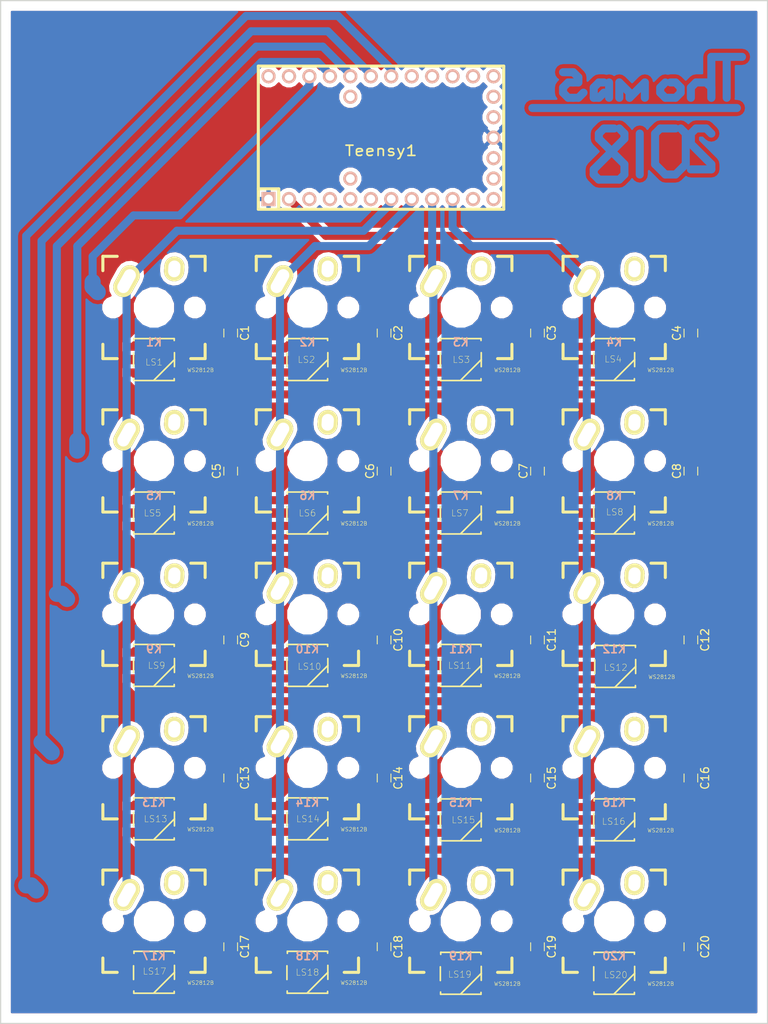
<source format=kicad_pcb>
(kicad_pcb (version 4) (host pcbnew 4.0.6)
  (layers (0 F.Cu signal) (31 B.Cu signal) (34 B.Paste user) (35 F.Paste user) (36 B.SilkS user) (37 F.SilkS user) (38 B.Mask user hide) (39 F.Mask user hide) (44 Edge.Cuts user))
  (net 0 "")
  (net 1 /col0)
  (net 2 /col1)
  (net 3 /col2)
  (net 4 /col3)
  (net 5 "Net-(LS1-Pad4)")
  (net 6 "Net-(LS1-Pad2)")
  (net 7 "Net-(LS2-Pad4)")
  (net 8 "Net-(LS3-Pad4)")
  (net 9 "Net-(LS4-Pad4)")
  (net 10 "Net-(LS5-Pad4)")
  (net 11 "Net-(LS12-Pad4)")
  (net 12 "Net-(LS6-Pad4)")
  (net 13 "Net-(LS7-Pad4)")
  (net 14 "Net-(LS10-Pad2)")
  (net 15 "Net-(LS16-Pad4)")
  (net 16 "Net-(LS10-Pad4)")
  (net 17 "Net-(LS11-Pad4)")
  (net 18 "Net-(LS13-Pad4)")
  (net 19 "Net-(LS13-Pad2)")
  (net 20 "Net-(LS14-Pad4)")
  (net 21 "Net-(LS15-Pad4)")
  (net 22 "Net-(LS17-Pad4)")
  (net 23 "Net-(LS17-Pad2)")
  (net 24 "Net-(LS18-Pad4)")
  (net 25 "Net-(LS19-Pad4)")
  (net 26 GND)
  (net 27 VCC)
  (net 28 "Net-(K1-Pad2)")
  (net 29 "Net-(K2-Pad2)")
  (net 30 "Net-(K3-Pad2)")
  (net 31 "Net-(K4-Pad2)")
  (net 32 "Net-(K5-Pad2)")
  (net 33 "Net-(K6-Pad2)")
  (net 34 "Net-(K7-Pad2)")
  (net 35 "Net-(K8-Pad2)")
  (net 36 "Net-(K9-Pad2)")
  (net 37 "Net-(K10-Pad2)")
  (net 38 "Net-(K11-Pad2)")
  (net 39 "Net-(K12-Pad2)")
  (net 40 "Net-(K13-Pad2)")
  (net 41 "Net-(K14-Pad2)")
  (net 42 "Net-(K15-Pad2)")
  (net 43 "Net-(K16-Pad2)")
  (net 44 "Net-(K17-Pad2)")
  (net 45 "Net-(K18-Pad2)")
  (net 46 "Net-(K19-Pad2)")
  (net 47 "Net-(K20-Pad2)")
  (net 48 "Net-(Teensy1-Pad11)")
  (net 49 "Net-(Teensy1-Pad12)")
  (net 50 "Net-(Teensy1-Pad13)")
  (net 51 "Net-(Teensy1-Pad14)")
  (net 52 "Net-(Teensy1-Pad16)")
  (net 53 "Net-(Teensy1-Pad17)")
  (net 54 "Net-(Teensy1-Pad18)")
  (net 55 "Net-(Teensy1-Pad19)")
  (net 56 "Net-(Teensy1-Pad20)")
  (net 57 "Net-(Teensy1-Pad21)")
  (net 58 "Net-(Teensy1-Pad22)")
  (net 59 /row4)
  (net 60 /row3)
  (net 61 /row2)
  (net 62 /row1)
  (net 63 /row0)
  (net 64 "Net-(Teensy1-Pad28)")
  (net 65 "Net-(Teensy1-Pad29)")
  (net 66 "Net-(Teensy1-Pad30)")
  (net 67 "Net-(Teensy1-Pad31)")
  (net 68 "Net-(Teensy1-Pad3)")
  (net 69 "Net-(Teensy1-Pad4)")
  (net 70 "Net-(Teensy1-Pad5)")
  (net 71 "Net-(Teensy1-Pad6)")
  (module Capacitors_SMD:C_0805_HandSoldering (layer F.Cu) (at 149.225 66.675 270)
    (fp_text reference C1 (at 0 -1.75 270) (layer F.SilkS))
    (fp_text value 0.1uF)
    (pad 1 smd rect (at -1.25 0 270) (size 1.5 1.25) (layers F.Cu F.Paste F.Mask) (net 26 GND))
    (pad 2 smd rect (at 1.25 0 270) (size 1.5 1.25) (layers F.Cu F.Paste F.Mask) (net 27 VCC))
  )
  (module Capacitors_SMD:C_0805_HandSoldering (layer F.Cu) (at 168.275 66.675 270)
    (fp_text reference C2 (at 0 -1.75 270) (layer F.SilkS))
    (fp_text value 0.1uF)
    (pad 1 smd rect (at -1.25 0 270) (size 1.5 1.25) (layers F.Cu F.Paste F.Mask) (net 26 GND))
    (pad 2 smd rect (at 1.25 0 270) (size 1.5 1.25) (layers F.Cu F.Paste F.Mask) (net 27 VCC))
  )
  (module Capacitors_SMD:C_0805_HandSoldering (layer F.Cu) (at 187.325 66.675 270)
    (fp_text reference C3 (at 0 -1.75 270) (layer F.SilkS))
    (fp_text value 0.1uF)
    (pad 1 smd rect (at -1.25 0 270) (size 1.5 1.25) (layers F.Cu F.Paste F.Mask) (net 26 GND))
    (pad 2 smd rect (at 1.25 0 270) (size 1.5 1.25) (layers F.Cu F.Paste F.Mask) (net 27 VCC))
  )
  (module Capacitors_SMD:C_0805_HandSoldering (layer F.Cu) (at 206.375 66.675 90)
    (fp_text reference C4 (at 0 -1.75 90) (layer F.SilkS))
    (fp_text value 0.1uF)
    (pad 1 smd rect (at -1.25 0 90) (size 1.5 1.25) (layers F.Cu F.Paste F.Mask) (net 27 VCC))
    (pad 2 smd rect (at 1.25 0 90) (size 1.5 1.25) (layers F.Cu F.Paste F.Mask) (net 26 GND))
  )
  (module Capacitors_SMD:C_0805_HandSoldering (layer F.Cu) (at 149.225 83.82 90)
    (fp_text reference C5 (at 0 -1.75 90) (layer F.SilkS))
    (fp_text value 0.1uF)
    (pad 1 smd rect (at -1.25 0 90) (size 1.5 1.25) (layers F.Cu F.Paste F.Mask) (net 27 VCC))
    (pad 2 smd rect (at 1.25 0 90) (size 1.5 1.25) (layers F.Cu F.Paste F.Mask) (net 26 GND))
  )
  (module Capacitors_SMD:C_0805_HandSoldering (layer F.Cu) (at 168.275 83.82 90)
    (fp_text reference C6 (at 0 -1.75 90) (layer F.SilkS))
    (fp_text value 0.1uF)
    (pad 1 smd rect (at -1.25 0 90) (size 1.5 1.25) (layers F.Cu F.Paste F.Mask) (net 27 VCC))
    (pad 2 smd rect (at 1.25 0 90) (size 1.5 1.25) (layers F.Cu F.Paste F.Mask) (net 26 GND))
  )
  (module Capacitors_SMD:C_0805_HandSoldering (layer F.Cu) (at 187.325 83.82 90)
    (fp_text reference C7 (at 0 -1.75 90) (layer F.SilkS))
    (fp_text value 0.1uF)
    (pad 1 smd rect (at -1.25 0 90) (size 1.5 1.25) (layers F.Cu F.Paste F.Mask) (net 27 VCC))
    (pad 2 smd rect (at 1.25 0 90) (size 1.5 1.25) (layers F.Cu F.Paste F.Mask) (net 26 GND))
  )
  (module Capacitors_SMD:C_0805_HandSoldering (layer F.Cu) (at 206.375 83.82 90)
    (fp_text reference C8 (at 0 -1.75 90) (layer F.SilkS))
    (fp_text value 0.1uF)
    (pad 1 smd rect (at -1.25 0 90) (size 1.5 1.25) (layers F.Cu F.Paste F.Mask) (net 27 VCC))
    (pad 2 smd rect (at 1.25 0 90) (size 1.5 1.25) (layers F.Cu F.Paste F.Mask) (net 26 GND))
  )
  (module Capacitors_SMD:C_0805_HandSoldering (layer F.Cu) (at 149.225 104.775 270)
    (fp_text reference C9 (at 0 -1.75 270) (layer F.SilkS))
    (fp_text value 0.1uF)
    (pad 1 smd rect (at -1.25 0 270) (size 1.5 1.25) (layers F.Cu F.Paste F.Mask) (net 26 GND))
    (pad 2 smd rect (at 1.25 0 270) (size 1.5 1.25) (layers F.Cu F.Paste F.Mask) (net 27 VCC))
  )
  (module Capacitors_SMD:C_0805_HandSoldering (layer F.Cu) (at 168.275 104.775 270)
    (fp_text reference C10 (at 0 -1.75 270) (layer F.SilkS))
    (fp_text value 0.1uF)
    (pad 1 smd rect (at -1.25 0 270) (size 1.5 1.25) (layers F.Cu F.Paste F.Mask) (net 26 GND))
    (pad 2 smd rect (at 1.25 0 270) (size 1.5 1.25) (layers F.Cu F.Paste F.Mask) (net 27 VCC))
  )
  (module Capacitors_SMD:C_0805_HandSoldering (layer F.Cu) (at 187.325 104.775 270)
    (fp_text reference C11 (at 0 -1.75 270) (layer F.SilkS))
    (fp_text value 0.1uF)
    (pad 1 smd rect (at -1.25 0 270) (size 1.5 1.25) (layers F.Cu F.Paste F.Mask) (net 26 GND))
    (pad 2 smd rect (at 1.25 0 270) (size 1.5 1.25) (layers F.Cu F.Paste F.Mask) (net 27 VCC))
  )
  (module Capacitors_SMD:C_0805_HandSoldering (layer F.Cu) (at 206.375 104.775 270)
    (fp_text reference C12 (at 0 -1.75 270) (layer F.SilkS))
    (fp_text value 0.1uF)
    (pad 1 smd rect (at -1.25 0 270) (size 1.5 1.25) (layers F.Cu F.Paste F.Mask) (net 26 GND))
    (pad 2 smd rect (at 1.25 0 270) (size 1.5 1.25) (layers F.Cu F.Paste F.Mask) (net 27 VCC))
  )
  (module Capacitors_SMD:C_0805_HandSoldering (layer F.Cu) (at 149.225 121.92 270)
    (fp_text reference C13 (at 0 -1.75 270) (layer F.SilkS))
    (fp_text value 0.1uF)
    (pad 1 smd rect (at -1.25 0 270) (size 1.5 1.25) (layers F.Cu F.Paste F.Mask) (net 26 GND))
    (pad 2 smd rect (at 1.25 0 270) (size 1.5 1.25) (layers F.Cu F.Paste F.Mask) (net 27 VCC))
  )
  (module Capacitors_SMD:C_0805_HandSoldering (layer F.Cu) (at 168.275 121.92 270)
    (fp_text reference C14 (at 0 -1.75 270) (layer F.SilkS))
    (fp_text value 0.1uF)
    (pad 1 smd rect (at -1.25 0 270) (size 1.5 1.25) (layers F.Cu F.Paste F.Mask) (net 26 GND))
    (pad 2 smd rect (at 1.25 0 270) (size 1.5 1.25) (layers F.Cu F.Paste F.Mask) (net 27 VCC))
  )
  (module Capacitors_SMD:C_0805_HandSoldering (layer F.Cu) (at 187.325 121.92 270)
    (fp_text reference C15 (at 0 -1.75 270) (layer F.SilkS))
    (fp_text value 0.1uF)
    (pad 1 smd rect (at -1.25 0 270) (size 1.5 1.25) (layers F.Cu F.Paste F.Mask) (net 26 GND))
    (pad 2 smd rect (at 1.25 0 270) (size 1.5 1.25) (layers F.Cu F.Paste F.Mask) (net 27 VCC))
  )
  (module Capacitors_SMD:C_0805_HandSoldering (layer F.Cu) (at 206.375 121.92 270)
    (fp_text reference C16 (at 0 -1.75 270) (layer F.SilkS))
    (fp_text value 0.1uF)
    (pad 1 smd rect (at -1.25 0 270) (size 1.5 1.25) (layers F.Cu F.Paste F.Mask) (net 26 GND))
    (pad 2 smd rect (at 1.25 0 270) (size 1.5 1.25) (layers F.Cu F.Paste F.Mask) (net 27 VCC))
  )
  (module Capacitors_SMD:C_0805_HandSoldering (layer F.Cu) (at 149.225 142.875 270)
    (fp_text reference C17 (at 0 -1.75 270) (layer F.SilkS))
    (fp_text value 0.1uF)
    (pad 1 smd rect (at -1.25 0 270) (size 1.5 1.25) (layers F.Cu F.Paste F.Mask) (net 26 GND))
    (pad 2 smd rect (at 1.25 0 270) (size 1.5 1.25) (layers F.Cu F.Paste F.Mask) (net 27 VCC))
  )
  (module Capacitors_SMD:C_0805_HandSoldering (layer F.Cu) (at 168.275 142.875 270)
    (fp_text reference C18 (at 0 -1.75 270) (layer F.SilkS))
    (fp_text value 0.1uF)
    (pad 1 smd rect (at -1.25 0 270) (size 1.5 1.25) (layers F.Cu F.Paste F.Mask) (net 26 GND))
    (pad 2 smd rect (at 1.25 0 270) (size 1.5 1.25) (layers F.Cu F.Paste F.Mask) (net 27 VCC))
  )
  (module Capacitors_SMD:C_0805_HandSoldering (layer F.Cu) (at 187.325 142.875 270)
    (fp_text reference C19 (at 0 -1.75 270) (layer F.SilkS))
    (fp_text value 0.1uF)
    (pad 1 smd rect (at -1.25 0 270) (size 1.5 1.25) (layers F.Cu F.Paste F.Mask) (net 26 GND))
    (pad 2 smd rect (at 1.25 0 270) (size 1.5 1.25) (layers F.Cu F.Paste F.Mask) (net 27 VCC))
  )
  (module Capacitors_SMD:C_0805_HandSoldering (layer F.Cu) (at 206.375 142.875 270)
    (fp_text reference C20 (at 0 -1.75 270) (layer F.SilkS))
    (fp_text value 0.1uF)
    (pad 1 smd rect (at -1.25 0 270) (size 1.5 1.25) (layers F.Cu F.Paste F.Mask) (net 26 GND))
    (pad 2 smd rect (at 1.25 0 270) (size 1.5 1.25) (layers F.Cu F.Paste F.Mask) (net 27 VCC))
  )
  (module keebs:Mx_Alps_100 (layer F.Cu) (at 139.7 63.5)
    (fp_text reference K1 (at 0 4.318) (layer B.SilkS) (effects (font (thickness 0.2)) (justify mirror)))
    (fp_text value KEYSW hide)
    (pad HOLE np_thru_hole circle (at 0 0) (size 3.9878 3.9878) (drill 3.9878) (layers *.Cu))
    (pad HOLE np_thru_hole circle (at -5.08 0) (size 1.7018 1.7018) (drill 1.7018) (layers *.Cu))
    (pad HOLE np_thru_hole circle (at 5.08 0) (size 1.7018 1.7018) (drill 1.7018) (layers *.Cu))
    (pad 1 thru_hole oval (at -3.405 -3.27 330.95) (size 2.5 4.17) (drill oval 1.5 3.17) (layers *.Cu *.Mask F.SilkS) (net 1 /col0))
    (pad 2 thru_hole oval (at 2.52 -4.79 356.1) (size 2.5 3.08) (drill oval 1.5 2.08) (layers *.Cu *.Mask F.SilkS) (net 28 "Net-(K1-Pad2)"))
  )
  (module keebs:Mx_Alps_100 (layer F.Cu) (at 158.75 63.5)
    (fp_text reference K2 (at 0 4.318) (layer B.SilkS) (effects (font (thickness 0.2)) (justify mirror)))
    (fp_text value KEYSW hide)
    (pad HOLE np_thru_hole circle (at 0 0) (size 3.9878 3.9878) (drill 3.9878) (layers *.Cu))
    (pad HOLE np_thru_hole circle (at -5.08 0) (size 1.7018 1.7018) (drill 1.7018) (layers *.Cu))
    (pad HOLE np_thru_hole circle (at 5.08 0) (size 1.7018 1.7018) (drill 1.7018) (layers *.Cu))
    (pad 1 thru_hole oval (at -3.405 -3.27 330.95) (size 2.5 4.17) (drill oval 1.5 3.17) (layers *.Cu *.Mask F.SilkS) (net 2 /col1))
    (pad 2 thru_hole oval (at 2.52 -4.79 356.1) (size 2.5 3.08) (drill oval 1.5 2.08) (layers *.Cu *.Mask F.SilkS) (net 29 "Net-(K2-Pad2)"))
  )
  (module keebs:Mx_Alps_100 (layer F.Cu) (at 177.8 63.5)
    (fp_text reference K3 (at 0 4.318) (layer B.SilkS) (effects (font (thickness 0.2)) (justify mirror)))
    (fp_text value KEYSW hide)
    (pad HOLE np_thru_hole circle (at 0 0) (size 3.9878 3.9878) (drill 3.9878) (layers *.Cu))
    (pad HOLE np_thru_hole circle (at -5.08 0) (size 1.7018 1.7018) (drill 1.7018) (layers *.Cu))
    (pad HOLE np_thru_hole circle (at 5.08 0) (size 1.7018 1.7018) (drill 1.7018) (layers *.Cu))
    (pad 1 thru_hole oval (at -3.405 -3.27 330.95) (size 2.5 4.17) (drill oval 1.5 3.17) (layers *.Cu *.Mask F.SilkS) (net 3 /col2))
    (pad 2 thru_hole oval (at 2.52 -4.79 356.1) (size 2.5 3.08) (drill oval 1.5 2.08) (layers *.Cu *.Mask F.SilkS) (net 30 "Net-(K3-Pad2)"))
  )
  (module keebs:Mx_Alps_100 (layer F.Cu) (at 196.85 63.5)
    (fp_text reference K4 (at 0 4.318) (layer B.SilkS) (effects (font (thickness 0.2)) (justify mirror)))
    (fp_text value KEYSW hide)
    (pad HOLE np_thru_hole circle (at 0 0) (size 3.9878 3.9878) (drill 3.9878) (layers *.Cu))
    (pad HOLE np_thru_hole circle (at -5.08 0) (size 1.7018 1.7018) (drill 1.7018) (layers *.Cu))
    (pad HOLE np_thru_hole circle (at 5.08 0) (size 1.7018 1.7018) (drill 1.7018) (layers *.Cu))
    (pad 1 thru_hole oval (at -3.405 -3.27 330.95) (size 2.5 4.17) (drill oval 1.5 3.17) (layers *.Cu *.Mask F.SilkS) (net 4 /col3))
    (pad 2 thru_hole oval (at 2.52 -4.79 356.1) (size 2.5 3.08) (drill oval 1.5 2.08) (layers *.Cu *.Mask F.SilkS) (net 31 "Net-(K4-Pad2)"))
  )
  (module keebs:Mx_Alps_100 (layer F.Cu) (at 139.7 82.55)
    (fp_text reference K5 (at 0 4.318) (layer B.SilkS) (effects (font (thickness 0.2)) (justify mirror)))
    (fp_text value KEYSW hide)
    (pad HOLE np_thru_hole circle (at 0 0) (size 3.9878 3.9878) (drill 3.9878) (layers *.Cu))
    (pad HOLE np_thru_hole circle (at -5.08 0) (size 1.7018 1.7018) (drill 1.7018) (layers *.Cu))
    (pad HOLE np_thru_hole circle (at 5.08 0) (size 1.7018 1.7018) (drill 1.7018) (layers *.Cu))
    (pad 1 thru_hole oval (at -3.405 -3.27 330.95) (size 2.5 4.17) (drill oval 1.5 3.17) (layers *.Cu *.Mask F.SilkS) (net 1 /col0))
    (pad 2 thru_hole oval (at 2.52 -4.79 356.1) (size 2.5 3.08) (drill oval 1.5 2.08) (layers *.Cu *.Mask F.SilkS) (net 32 "Net-(K5-Pad2)"))
  )
  (module keebs:Mx_Alps_100 (layer F.Cu) (at 158.75 82.55)
    (fp_text reference K6 (at 0 4.318) (layer B.SilkS) (effects (font (thickness 0.2)) (justify mirror)))
    (fp_text value KEYSW hide)
    (pad HOLE np_thru_hole circle (at 0 0) (size 3.9878 3.9878) (drill 3.9878) (layers *.Cu))
    (pad HOLE np_thru_hole circle (at -5.08 0) (size 1.7018 1.7018) (drill 1.7018) (layers *.Cu))
    (pad HOLE np_thru_hole circle (at 5.08 0) (size 1.7018 1.7018) (drill 1.7018) (layers *.Cu))
    (pad 1 thru_hole oval (at -3.405 -3.27 330.95) (size 2.5 4.17) (drill oval 1.5 3.17) (layers *.Cu *.Mask F.SilkS) (net 2 /col1))
    (pad 2 thru_hole oval (at 2.52 -4.79 356.1) (size 2.5 3.08) (drill oval 1.5 2.08) (layers *.Cu *.Mask F.SilkS) (net 33 "Net-(K6-Pad2)"))
  )
  (module keebs:Mx_Alps_100 (layer F.Cu) (at 177.8 82.55)
    (fp_text reference K7 (at 0 4.318) (layer B.SilkS) (effects (font (thickness 0.2)) (justify mirror)))
    (fp_text value KEYSW hide)
    (pad HOLE np_thru_hole circle (at 0 0) (size 3.9878 3.9878) (drill 3.9878) (layers *.Cu))
    (pad HOLE np_thru_hole circle (at -5.08 0) (size 1.7018 1.7018) (drill 1.7018) (layers *.Cu))
    (pad HOLE np_thru_hole circle (at 5.08 0) (size 1.7018 1.7018) (drill 1.7018) (layers *.Cu))
    (pad 1 thru_hole oval (at -3.405 -3.27 330.95) (size 2.5 4.17) (drill oval 1.5 3.17) (layers *.Cu *.Mask F.SilkS) (net 3 /col2))
    (pad 2 thru_hole oval (at 2.52 -4.79 356.1) (size 2.5 3.08) (drill oval 1.5 2.08) (layers *.Cu *.Mask F.SilkS) (net 34 "Net-(K7-Pad2)"))
  )
  (module keebs:Mx_Alps_100 (layer F.Cu) (at 196.85 82.55)
    (fp_text reference K8 (at 0 4.318) (layer B.SilkS) (effects (font (thickness 0.2)) (justify mirror)))
    (fp_text value KEYSW hide)
    (pad HOLE np_thru_hole circle (at 0 0) (size 3.9878 3.9878) (drill 3.9878) (layers *.Cu))
    (pad HOLE np_thru_hole circle (at -5.08 0) (size 1.7018 1.7018) (drill 1.7018) (layers *.Cu))
    (pad HOLE np_thru_hole circle (at 5.08 0) (size 1.7018 1.7018) (drill 1.7018) (layers *.Cu))
    (pad 1 thru_hole oval (at -3.405 -3.27 330.95) (size 2.5 4.17) (drill oval 1.5 3.17) (layers *.Cu *.Mask F.SilkS) (net 4 /col3))
    (pad 2 thru_hole oval (at 2.52 -4.79 356.1) (size 2.5 3.08) (drill oval 1.5 2.08) (layers *.Cu *.Mask F.SilkS) (net 35 "Net-(K8-Pad2)"))
  )
  (module keebs:Mx_Alps_100 (layer F.Cu) (at 139.7 101.6)
    (fp_text reference K9 (at 0 4.318) (layer B.SilkS) (effects (font (thickness 0.2)) (justify mirror)))
    (fp_text value KEYSW hide)
    (pad HOLE np_thru_hole circle (at 0 0) (size 3.9878 3.9878) (drill 3.9878) (layers *.Cu))
    (pad HOLE np_thru_hole circle (at -5.08 0) (size 1.7018 1.7018) (drill 1.7018) (layers *.Cu))
    (pad HOLE np_thru_hole circle (at 5.08 0) (size 1.7018 1.7018) (drill 1.7018) (layers *.Cu))
    (pad 1 thru_hole oval (at -3.405 -3.27 330.95) (size 2.5 4.17) (drill oval 1.5 3.17) (layers *.Cu *.Mask F.SilkS) (net 1 /col0))
    (pad 2 thru_hole oval (at 2.52 -4.79 356.1) (size 2.5 3.08) (drill oval 1.5 2.08) (layers *.Cu *.Mask F.SilkS) (net 36 "Net-(K9-Pad2)"))
  )
  (module keebs:Mx_Alps_100 (layer F.Cu) (at 158.75 101.6)
    (fp_text reference K10 (at 0 4.318) (layer B.SilkS) (effects (font (thickness 0.2)) (justify mirror)))
    (fp_text value KEYSW hide)
    (pad HOLE np_thru_hole circle (at 0 0) (size 3.9878 3.9878) (drill 3.9878) (layers *.Cu))
    (pad HOLE np_thru_hole circle (at -5.08 0) (size 1.7018 1.7018) (drill 1.7018) (layers *.Cu))
    (pad HOLE np_thru_hole circle (at 5.08 0) (size 1.7018 1.7018) (drill 1.7018) (layers *.Cu))
    (pad 1 thru_hole oval (at -3.405 -3.27 330.95) (size 2.5 4.17) (drill oval 1.5 3.17) (layers *.Cu *.Mask F.SilkS) (net 2 /col1))
    (pad 2 thru_hole oval (at 2.52 -4.79 356.1) (size 2.5 3.08) (drill oval 1.5 2.08) (layers *.Cu *.Mask F.SilkS) (net 37 "Net-(K10-Pad2)"))
  )
  (module keebs:Mx_Alps_100 (layer F.Cu) (at 177.8 101.6)
    (fp_text reference K11 (at 0 4.318) (layer B.SilkS) (effects (font (thickness 0.2)) (justify mirror)))
    (fp_text value KEYSW hide)
    (pad HOLE np_thru_hole circle (at 0 0) (size 3.9878 3.9878) (drill 3.9878) (layers *.Cu))
    (pad HOLE np_thru_hole circle (at -5.08 0) (size 1.7018 1.7018) (drill 1.7018) (layers *.Cu))
    (pad HOLE np_thru_hole circle (at 5.08 0) (size 1.7018 1.7018) (drill 1.7018) (layers *.Cu))
    (pad 1 thru_hole oval (at -3.405 -3.27 330.95) (size 2.5 4.17) (drill oval 1.5 3.17) (layers *.Cu *.Mask F.SilkS) (net 3 /col2))
    (pad 2 thru_hole oval (at 2.52 -4.79 356.1) (size 2.5 3.08) (drill oval 1.5 2.08) (layers *.Cu *.Mask F.SilkS) (net 38 "Net-(K11-Pad2)"))
  )
  (module keebs:Mx_Alps_100 (layer F.Cu) (at 196.85 101.6)
    (fp_text reference K12 (at 0 4.318) (layer B.SilkS) (effects (font (thickness 0.2)) (justify mirror)))
    (fp_text value KEYSW hide)
    (pad HOLE np_thru_hole circle (at 0 0) (size 3.9878 3.9878) (drill 3.9878) (layers *.Cu))
    (pad HOLE np_thru_hole circle (at -5.08 0) (size 1.7018 1.7018) (drill 1.7018) (layers *.Cu))
    (pad HOLE np_thru_hole circle (at 5.08 0) (size 1.7018 1.7018) (drill 1.7018) (layers *.Cu))
    (pad 1 thru_hole oval (at -3.405 -3.27 330.95) (size 2.5 4.17) (drill oval 1.5 3.17) (layers *.Cu *.Mask F.SilkS) (net 4 /col3))
    (pad 2 thru_hole oval (at 2.52 -4.79 356.1) (size 2.5 3.08) (drill oval 1.5 2.08) (layers *.Cu *.Mask F.SilkS) (net 39 "Net-(K12-Pad2)"))
  )
  (module keebs:Mx_Alps_100 (layer F.Cu) (at 139.7 120.65)
    (fp_text reference K13 (at 0 4.318) (layer B.SilkS) (effects (font (thickness 0.2)) (justify mirror)))
    (fp_text value KEYSW hide)
    (pad HOLE np_thru_hole circle (at 0 0) (size 3.9878 3.9878) (drill 3.9878) (layers *.Cu))
    (pad HOLE np_thru_hole circle (at -5.08 0) (size 1.7018 1.7018) (drill 1.7018) (layers *.Cu))
    (pad HOLE np_thru_hole circle (at 5.08 0) (size 1.7018 1.7018) (drill 1.7018) (layers *.Cu))
    (pad 1 thru_hole oval (at -3.405 -3.27 330.95) (size 2.5 4.17) (drill oval 1.5 3.17) (layers *.Cu *.Mask F.SilkS) (net 1 /col0))
    (pad 2 thru_hole oval (at 2.52 -4.79 356.1) (size 2.5 3.08) (drill oval 1.5 2.08) (layers *.Cu *.Mask F.SilkS) (net 40 "Net-(K13-Pad2)"))
  )
  (module keebs:Mx_Alps_100 (layer F.Cu) (at 158.75 120.65)
    (fp_text reference K14 (at 0 4.318) (layer B.SilkS) (effects (font (thickness 0.2)) (justify mirror)))
    (fp_text value KEYSW hide)
    (pad HOLE np_thru_hole circle (at 0 0) (size 3.9878 3.9878) (drill 3.9878) (layers *.Cu))
    (pad HOLE np_thru_hole circle (at -5.08 0) (size 1.7018 1.7018) (drill 1.7018) (layers *.Cu))
    (pad HOLE np_thru_hole circle (at 5.08 0) (size 1.7018 1.7018) (drill 1.7018) (layers *.Cu))
    (pad 1 thru_hole oval (at -3.405 -3.27 330.95) (size 2.5 4.17) (drill oval 1.5 3.17) (layers *.Cu *.Mask F.SilkS) (net 2 /col1))
    (pad 2 thru_hole oval (at 2.52 -4.79 356.1) (size 2.5 3.08) (drill oval 1.5 2.08) (layers *.Cu *.Mask F.SilkS) (net 41 "Net-(K14-Pad2)"))
  )
  (module keebs:Mx_Alps_100 (layer F.Cu) (at 177.8 120.65)
    (fp_text reference K15 (at 0 4.318) (layer B.SilkS) (effects (font (thickness 0.2)) (justify mirror)))
    (fp_text value KEYSW hide)
    (pad HOLE np_thru_hole circle (at 0 0) (size 3.9878 3.9878) (drill 3.9878) (layers *.Cu))
    (pad HOLE np_thru_hole circle (at -5.08 0) (size 1.7018 1.7018) (drill 1.7018) (layers *.Cu))
    (pad HOLE np_thru_hole circle (at 5.08 0) (size 1.7018 1.7018) (drill 1.7018) (layers *.Cu))
    (pad 1 thru_hole oval (at -3.405 -3.27 330.95) (size 2.5 4.17) (drill oval 1.5 3.17) (layers *.Cu *.Mask F.SilkS) (net 3 /col2))
    (pad 2 thru_hole oval (at 2.52 -4.79 356.1) (size 2.5 3.08) (drill oval 1.5 2.08) (layers *.Cu *.Mask F.SilkS) (net 42 "Net-(K15-Pad2)"))
  )
  (module keebs:Mx_Alps_100 (layer F.Cu) (at 196.85 120.65)
    (fp_text reference K16 (at 0 4.318) (layer B.SilkS) (effects (font (thickness 0.2)) (justify mirror)))
    (fp_text value KEYSW hide)
    (pad HOLE np_thru_hole circle (at 0 0) (size 3.9878 3.9878) (drill 3.9878) (layers *.Cu))
    (pad HOLE np_thru_hole circle (at -5.08 0) (size 1.7018 1.7018) (drill 1.7018) (layers *.Cu))
    (pad HOLE np_thru_hole circle (at 5.08 0) (size 1.7018 1.7018) (drill 1.7018) (layers *.Cu))
    (pad 1 thru_hole oval (at -3.405 -3.27 330.95) (size 2.5 4.17) (drill oval 1.5 3.17) (layers *.Cu *.Mask F.SilkS) (net 4 /col3))
    (pad 2 thru_hole oval (at 2.52 -4.79 356.1) (size 2.5 3.08) (drill oval 1.5 2.08) (layers *.Cu *.Mask F.SilkS) (net 43 "Net-(K16-Pad2)"))
  )
  (module keebs:Mx_Alps_100 (layer F.Cu) (at 139.7 139.7)
    (fp_text reference K17 (at 0 4.318) (layer B.SilkS) (effects (font (thickness 0.2)) (justify mirror)))
    (fp_text value KEYSW hide)
    (pad HOLE np_thru_hole circle (at 0 0) (size 3.9878 3.9878) (drill 3.9878) (layers *.Cu))
    (pad HOLE np_thru_hole circle (at -5.08 0) (size 1.7018 1.7018) (drill 1.7018) (layers *.Cu))
    (pad HOLE np_thru_hole circle (at 5.08 0) (size 1.7018 1.7018) (drill 1.7018) (layers *.Cu))
    (pad 1 thru_hole oval (at -3.405 -3.27 330.95) (size 2.5 4.17) (drill oval 1.5 3.17) (layers *.Cu *.Mask F.SilkS) (net 1 /col0))
    (pad 2 thru_hole oval (at 2.52 -4.79 356.1) (size 2.5 3.08) (drill oval 1.5 2.08) (layers *.Cu *.Mask F.SilkS) (net 44 "Net-(K17-Pad2)"))
  )
  (module keebs:Mx_Alps_100 (layer F.Cu) (at 158.75 139.7)
    (fp_text reference K18 (at 0 4.318) (layer B.SilkS) (effects (font (thickness 0.2)) (justify mirror)))
    (fp_text value KEYSW hide)
    (pad HOLE np_thru_hole circle (at 0 0) (size 3.9878 3.9878) (drill 3.9878) (layers *.Cu))
    (pad HOLE np_thru_hole circle (at -5.08 0) (size 1.7018 1.7018) (drill 1.7018) (layers *.Cu))
    (pad HOLE np_thru_hole circle (at 5.08 0) (size 1.7018 1.7018) (drill 1.7018) (layers *.Cu))
    (pad 1 thru_hole oval (at -3.405 -3.27 330.95) (size 2.5 4.17) (drill oval 1.5 3.17) (layers *.Cu *.Mask F.SilkS) (net 2 /col1))
    (pad 2 thru_hole oval (at 2.52 -4.79 356.1) (size 2.5 3.08) (drill oval 1.5 2.08) (layers *.Cu *.Mask F.SilkS) (net 45 "Net-(K18-Pad2)"))
  )
  (module keebs:Mx_Alps_100 (layer F.Cu) (at 177.8 139.7)
    (fp_text reference K19 (at 0 4.318) (layer B.SilkS) (effects (font (thickness 0.2)) (justify mirror)))
    (fp_text value KEYSW hide)
    (pad HOLE np_thru_hole circle (at 0 0) (size 3.9878 3.9878) (drill 3.9878) (layers *.Cu))
    (pad HOLE np_thru_hole circle (at -5.08 0) (size 1.7018 1.7018) (drill 1.7018) (layers *.Cu))
    (pad HOLE np_thru_hole circle (at 5.08 0) (size 1.7018 1.7018) (drill 1.7018) (layers *.Cu))
    (pad 1 thru_hole oval (at -3.405 -3.27 330.95) (size 2.5 4.17) (drill oval 1.5 3.17) (layers *.Cu *.Mask F.SilkS) (net 3 /col2))
    (pad 2 thru_hole oval (at 2.52 -4.79 356.1) (size 2.5 3.08) (drill oval 1.5 2.08) (layers *.Cu *.Mask F.SilkS) (net 46 "Net-(K19-Pad2)"))
  )
  (module keebs:Mx_Alps_100 (layer F.Cu) (at 196.85 139.7)
    (fp_text reference K20 (at 0 4.318) (layer B.SilkS) (effects (font (thickness 0.2)) (justify mirror)))
    (fp_text value KEYSW hide)
    (pad HOLE np_thru_hole circle (at 0 0) (size 3.9878 3.9878) (drill 3.9878) (layers *.Cu))
    (pad HOLE np_thru_hole circle (at -5.08 0) (size 1.7018 1.7018) (drill 1.7018) (layers *.Cu))
    (pad HOLE np_thru_hole circle (at 5.08 0) (size 1.7018 1.7018) (drill 1.7018) (layers *.Cu))
    (pad 1 thru_hole oval (at -3.405 -3.27 330.95) (size 2.5 4.17) (drill oval 1.5 3.17) (layers *.Cu *.Mask F.SilkS) (net 4 /col3))
    (pad 2 thru_hole oval (at 2.52 -4.79 356.1) (size 2.5 3.08) (drill oval 1.5 2.08) (layers *.Cu *.Mask F.SilkS) (net 47 "Net-(K20-Pad2)"))
  )
  (module WS2812B:WS2812B (layer F.Cu) (at 139.7 69.977)
    (fp_text reference LS1 (at 0 0.3175) (layer F.SilkS) (effects (font (size 0.8 0.8) (thickness 0.05))))
    (fp_text value WS2812B (at 5.778 1.2952) (layer F.SilkS) (effects (font (size 0.48 0.48) (thickness 0.05))))
    (pad 1 smd rect (at -2.577 -1.6) (size 1.651 1) (layers F.Cu F.Paste F.Mask) (net 27 VCC))
    (pad 4 smd rect (at 2.577 -1.6) (size 1.651 1) (layers F.Cu F.Paste F.Mask) (net 5 "Net-(LS1-Pad4)"))
    (pad 3 smd rect (at 2.577 1.6) (size 1.651 1) (layers F.Cu F.Paste F.Mask) (net 26 GND))
    (pad 2 smd rect (at -2.577 1.6) (size 1.651 1) (layers F.Cu F.Paste F.Mask) (net 6 "Net-(LS1-Pad2)"))
  )
  (module WS2812B:WS2812B (layer F.Cu) (at 158.75 69.977)
    (fp_text reference LS2 (at -0.127 0) (layer F.SilkS) (effects (font (size 0.8 0.8) (thickness 0.05))))
    (fp_text value WS2812B (at 5.778 1.2952) (layer F.SilkS) (effects (font (size 0.48 0.48) (thickness 0.05))))
    (pad 1 smd rect (at -2.577 -1.6) (size 1.651 1) (layers F.Cu F.Paste F.Mask) (net 27 VCC))
    (pad 4 smd rect (at 2.577 -1.6) (size 1.651 1) (layers F.Cu F.Paste F.Mask) (net 7 "Net-(LS2-Pad4)"))
    (pad 3 smd rect (at 2.577 1.6) (size 1.651 1) (layers F.Cu F.Paste F.Mask) (net 26 GND))
    (pad 2 smd rect (at -2.577 1.6) (size 1.651 1) (layers F.Cu F.Paste F.Mask) (net 5 "Net-(LS1-Pad4)"))
  )
  (module WS2812B:WS2812B (layer F.Cu) (at 177.8 69.977)
    (fp_text reference LS3 (at 0.0635 0) (layer F.SilkS) (effects (font (size 0.8 0.8) (thickness 0.05))))
    (fp_text value WS2812B (at 5.778 1.2952) (layer F.SilkS) (effects (font (size 0.48 0.48) (thickness 0.05))))
    (pad 1 smd rect (at -2.577 -1.6) (size 1.651 1) (layers F.Cu F.Paste F.Mask) (net 27 VCC))
    (pad 4 smd rect (at 2.577 -1.6) (size 1.651 1) (layers F.Cu F.Paste F.Mask) (net 8 "Net-(LS3-Pad4)"))
    (pad 3 smd rect (at 2.577 1.6) (size 1.651 1) (layers F.Cu F.Paste F.Mask) (net 26 GND))
    (pad 2 smd rect (at -2.577 1.6) (size 1.651 1) (layers F.Cu F.Paste F.Mask) (net 7 "Net-(LS2-Pad4)"))
  )
  (module WS2812B:WS2812B (layer F.Cu) (at 196.85 69.977)
    (fp_text reference LS4 (at -0.127 -0.0635) (layer F.SilkS) (effects (font (size 0.8 0.8) (thickness 0.05))))
    (fp_text value WS2812B (at 5.778 1.2952) (layer F.SilkS) (effects (font (size 0.48 0.48) (thickness 0.05))))
    (pad 1 smd rect (at -2.577 -1.6) (size 1.651 1) (layers F.Cu F.Paste F.Mask) (net 27 VCC))
    (pad 4 smd rect (at 2.577 -1.6) (size 1.651 1) (layers F.Cu F.Paste F.Mask) (net 9 "Net-(LS4-Pad4)"))
    (pad 3 smd rect (at 2.577 1.6) (size 1.651 1) (layers F.Cu F.Paste F.Mask) (net 26 GND))
    (pad 2 smd rect (at -2.577 1.6) (size 1.651 1) (layers F.Cu F.Paste F.Mask) (net 8 "Net-(LS3-Pad4)"))
  )
  (module WS2812B:WS2812B (layer F.Cu) (at 139.7 89.027)
    (fp_text reference LS5 (at -0.1905 0) (layer F.SilkS) (effects (font (size 0.8 0.8) (thickness 0.05))))
    (fp_text value WS2812B (at 5.778 1.2952) (layer F.SilkS) (effects (font (size 0.48 0.48) (thickness 0.05))))
    (pad 1 smd rect (at -2.577 -1.6) (size 1.651 1) (layers F.Cu F.Paste F.Mask) (net 27 VCC))
    (pad 4 smd rect (at 2.577 -1.6) (size 1.651 1) (layers F.Cu F.Paste F.Mask) (net 10 "Net-(LS5-Pad4)"))
    (pad 3 smd rect (at 2.577 1.6) (size 1.651 1) (layers F.Cu F.Paste F.Mask) (net 26 GND))
    (pad 2 smd rect (at -2.577 1.6) (size 1.651 1) (layers F.Cu F.Paste F.Mask) (net 11 "Net-(LS12-Pad4)"))
  )
  (module WS2812B:WS2812B (layer F.Cu) (at 158.75 89.027)
    (fp_text reference LS6 (at 0 0) (layer F.SilkS) (effects (font (size 0.8 0.8) (thickness 0.05))))
    (fp_text value WS2812B (at 5.778 1.2952) (layer F.SilkS) (effects (font (size 0.48 0.48) (thickness 0.05))))
    (pad 1 smd rect (at -2.577 -1.6) (size 1.651 1) (layers F.Cu F.Paste F.Mask) (net 27 VCC))
    (pad 4 smd rect (at 2.577 -1.6) (size 1.651 1) (layers F.Cu F.Paste F.Mask) (net 12 "Net-(LS6-Pad4)"))
    (pad 3 smd rect (at 2.577 1.6) (size 1.651 1) (layers F.Cu F.Paste F.Mask) (net 26 GND))
    (pad 2 smd rect (at -2.577 1.6) (size 1.651 1) (layers F.Cu F.Paste F.Mask) (net 10 "Net-(LS5-Pad4)"))
  )
  (module WS2812B:WS2812B (layer F.Cu) (at 177.8 89.027)
    (fp_text reference LS7 (at -0.127 0) (layer F.SilkS) (effects (font (size 0.8 0.8) (thickness 0.05))))
    (fp_text value WS2812B (at 5.778 1.2952) (layer F.SilkS) (effects (font (size 0.48 0.48) (thickness 0.05))))
    (pad 1 smd rect (at -2.577 -1.6) (size 1.651 1) (layers F.Cu F.Paste F.Mask) (net 27 VCC))
    (pad 4 smd rect (at 2.577 -1.6) (size 1.651 1) (layers F.Cu F.Paste F.Mask) (net 13 "Net-(LS7-Pad4)"))
    (pad 3 smd rect (at 2.577 1.6) (size 1.651 1) (layers F.Cu F.Paste F.Mask) (net 26 GND))
    (pad 2 smd rect (at -2.577 1.6) (size 1.651 1) (layers F.Cu F.Paste F.Mask) (net 12 "Net-(LS6-Pad4)"))
  )
  (module WS2812B:WS2812B (layer F.Cu) (at 196.85 89.027)
    (fp_text reference LS8 (at 0.0635 -0.127) (layer F.SilkS) (effects (font (size 0.8 0.8) (thickness 0.05))))
    (fp_text value WS2812B (at 5.778 1.2952) (layer F.SilkS) (effects (font (size 0.48 0.48) (thickness 0.05))))
    (pad 1 smd rect (at -2.577 -1.6) (size 1.651 1) (layers F.Cu F.Paste F.Mask) (net 27 VCC))
    (pad 4 smd rect (at 2.577 -1.6) (size 1.651 1) (layers F.Cu F.Paste F.Mask) (net 6 "Net-(LS1-Pad2)"))
    (pad 3 smd rect (at 2.577 1.6) (size 1.651 1) (layers F.Cu F.Paste F.Mask) (net 26 GND))
    (pad 2 smd rect (at -2.577 1.6) (size 1.651 1) (layers F.Cu F.Paste F.Mask) (net 13 "Net-(LS7-Pad4)"))
  )
  (module WS2812B:WS2812B (layer F.Cu) (at 139.7 107.95)
    (fp_text reference LS9 (at 0.3175 0) (layer F.SilkS) (effects (font (size 0.8 0.8) (thickness 0.05))))
    (fp_text value WS2812B (at 5.778 1.2952) (layer F.SilkS) (effects (font (size 0.48 0.48) (thickness 0.05))))
    (pad 1 smd rect (at -2.577 -1.6) (size 1.651 1) (layers F.Cu F.Paste F.Mask) (net 27 VCC))
    (pad 4 smd rect (at 2.577 -1.6) (size 1.651 1) (layers F.Cu F.Paste F.Mask) (net 14 "Net-(LS10-Pad2)"))
    (pad 3 smd rect (at 2.577 1.6) (size 1.651 1) (layers F.Cu F.Paste F.Mask) (net 26 GND))
    (pad 2 smd rect (at -2.577 1.6) (size 1.651 1) (layers F.Cu F.Paste F.Mask) (net 15 "Net-(LS16-Pad4)"))
  )
  (module WS2812B:WS2812B (layer F.Cu) (at 158.75 107.95)
    (fp_text reference LS10 (at 0.254 0.127) (layer F.SilkS) (effects (font (size 0.8 0.8) (thickness 0.05))))
    (fp_text value WS2812B (at 5.778 1.2952) (layer F.SilkS) (effects (font (size 0.48 0.48) (thickness 0.05))))
    (pad 1 smd rect (at -2.577 -1.6) (size 1.651 1) (layers F.Cu F.Paste F.Mask) (net 27 VCC))
    (pad 4 smd rect (at 2.577 -1.6) (size 1.651 1) (layers F.Cu F.Paste F.Mask) (net 16 "Net-(LS10-Pad4)"))
    (pad 3 smd rect (at 2.577 1.6) (size 1.651 1) (layers F.Cu F.Paste F.Mask) (net 26 GND))
    (pad 2 smd rect (at -2.577 1.6) (size 1.651 1) (layers F.Cu F.Paste F.Mask) (net 14 "Net-(LS10-Pad2)"))
  )
  (module WS2812B:WS2812B (layer F.Cu) (at 177.8 107.95)
    (fp_text reference LS11 (at -0.127 0) (layer F.SilkS) (effects (font (size 0.8 0.8) (thickness 0.05))))
    (fp_text value WS2812B (at 5.778 1.2952) (layer F.SilkS) (effects (font (size 0.48 0.48) (thickness 0.05))))
    (pad 1 smd rect (at -2.577 -1.6) (size 1.651 1) (layers F.Cu F.Paste F.Mask) (net 27 VCC))
    (pad 4 smd rect (at 2.577 -1.6) (size 1.651 1) (layers F.Cu F.Paste F.Mask) (net 17 "Net-(LS11-Pad4)"))
    (pad 3 smd rect (at 2.577 1.6) (size 1.651 1) (layers F.Cu F.Paste F.Mask) (net 26 GND))
    (pad 2 smd rect (at -2.577 1.6) (size 1.651 1) (layers F.Cu F.Paste F.Mask) (net 16 "Net-(LS10-Pad4)"))
  )
  (module WS2812B:WS2812B (layer F.Cu) (at 196.977 108.077)
    (fp_text reference LS12 (at 0.0635 0.127) (layer F.SilkS) (effects (font (size 0.8 0.8) (thickness 0.05))))
    (fp_text value WS2812B (at 5.778 1.2952) (layer F.SilkS) (effects (font (size 0.48 0.48) (thickness 0.05))))
    (pad 1 smd rect (at -2.577 -1.6) (size 1.651 1) (layers F.Cu F.Paste F.Mask) (net 27 VCC))
    (pad 4 smd rect (at 2.577 -1.6) (size 1.651 1) (layers F.Cu F.Paste F.Mask) (net 11 "Net-(LS12-Pad4)"))
    (pad 3 smd rect (at 2.577 1.6) (size 1.651 1) (layers F.Cu F.Paste F.Mask) (net 26 GND))
    (pad 2 smd rect (at -2.577 1.6) (size 1.651 1) (layers F.Cu F.Paste F.Mask) (net 17 "Net-(LS11-Pad4)"))
  )
  (module WS2812B:WS2812B (layer F.Cu) (at 139.7 127)
    (fp_text reference LS13 (at 0.1905 0) (layer F.SilkS) (effects (font (size 0.8 0.8) (thickness 0.05))))
    (fp_text value WS2812B (at 5.778 1.2952) (layer F.SilkS) (effects (font (size 0.48 0.48) (thickness 0.05))))
    (pad 1 smd rect (at -2.577 -1.6) (size 1.651 1) (layers F.Cu F.Paste F.Mask) (net 27 VCC))
    (pad 4 smd rect (at 2.577 -1.6) (size 1.651 1) (layers F.Cu F.Paste F.Mask) (net 18 "Net-(LS13-Pad4)"))
    (pad 3 smd rect (at 2.577 1.6) (size 1.651 1) (layers F.Cu F.Paste F.Mask) (net 26 GND))
    (pad 2 smd rect (at -2.577 1.6) (size 1.651 1) (layers F.Cu F.Paste F.Mask) (net 19 "Net-(LS13-Pad2)"))
  )
  (module WS2812B:WS2812B (layer F.Cu) (at 158.75 127)
    (fp_text reference LS14 (at 0.0635 0) (layer F.SilkS) (effects (font (size 0.8 0.8) (thickness 0.05))))
    (fp_text value WS2812B (at 5.778 1.2952) (layer F.SilkS) (effects (font (size 0.48 0.48) (thickness 0.05))))
    (pad 1 smd rect (at -2.577 -1.6) (size 1.651 1) (layers F.Cu F.Paste F.Mask) (net 27 VCC))
    (pad 4 smd rect (at 2.577 -1.6) (size 1.651 1) (layers F.Cu F.Paste F.Mask) (net 20 "Net-(LS14-Pad4)"))
    (pad 3 smd rect (at 2.577 1.6) (size 1.651 1) (layers F.Cu F.Paste F.Mask) (net 26 GND))
    (pad 2 smd rect (at -2.577 1.6) (size 1.651 1) (layers F.Cu F.Paste F.Mask) (net 18 "Net-(LS13-Pad4)"))
  )
  (module WS2812B:WS2812B (layer F.Cu) (at 177.8 127.127)
    (fp_text reference LS15 (at 0.3175 0) (layer F.SilkS) (effects (font (size 0.8 0.8) (thickness 0.05))))
    (fp_text value WS2812B (at 5.778 1.2952) (layer F.SilkS) (effects (font (size 0.48 0.48) (thickness 0.05))))
    (pad 1 smd rect (at -2.577 -1.6) (size 1.651 1) (layers F.Cu F.Paste F.Mask) (net 27 VCC))
    (pad 4 smd rect (at 2.577 -1.6) (size 1.651 1) (layers F.Cu F.Paste F.Mask) (net 21 "Net-(LS15-Pad4)"))
    (pad 3 smd rect (at 2.577 1.6) (size 1.651 1) (layers F.Cu F.Paste F.Mask) (net 26 GND))
    (pad 2 smd rect (at -2.577 1.6) (size 1.651 1) (layers F.Cu F.Paste F.Mask) (net 20 "Net-(LS14-Pad4)"))
  )
  (module WS2812B:WS2812B (layer F.Cu) (at 196.85 127.127)
    (fp_text reference LS16 (at -0.0635 0.1905) (layer F.SilkS) (effects (font (size 0.8 0.8) (thickness 0.05))))
    (fp_text value WS2812B (at 5.778 1.2952) (layer F.SilkS) (effects (font (size 0.48 0.48) (thickness 0.05))))
    (pad 1 smd rect (at -2.577 -1.6) (size 1.651 1) (layers F.Cu F.Paste F.Mask) (net 27 VCC))
    (pad 4 smd rect (at 2.577 -1.6) (size 1.651 1) (layers F.Cu F.Paste F.Mask) (net 15 "Net-(LS16-Pad4)"))
    (pad 3 smd rect (at 2.577 1.6) (size 1.651 1) (layers F.Cu F.Paste F.Mask) (net 26 GND))
    (pad 2 smd rect (at -2.577 1.6) (size 1.651 1) (layers F.Cu F.Paste F.Mask) (net 21 "Net-(LS15-Pad4)"))
  )
  (module WS2812B:WS2812B (layer F.Cu) (at 139.7 146.05)
    (fp_text reference LS17 (at 0.0635 -0.127) (layer F.SilkS) (effects (font (size 0.8 0.8) (thickness 0.05))))
    (fp_text value WS2812B (at 5.778 1.2952) (layer F.SilkS) (effects (font (size 0.48 0.48) (thickness 0.05))))
    (pad 1 smd rect (at -2.577 -1.6) (size 1.651 1) (layers F.Cu F.Paste F.Mask) (net 27 VCC))
    (pad 4 smd rect (at 2.577 -1.6) (size 1.651 1) (layers F.Cu F.Paste F.Mask) (net 22 "Net-(LS17-Pad4)"))
    (pad 3 smd rect (at 2.577 1.6) (size 1.651 1) (layers F.Cu F.Paste F.Mask) (net 26 GND))
    (pad 2 smd rect (at -2.577 1.6) (size 1.651 1) (layers F.Cu F.Paste F.Mask) (net 23 "Net-(LS17-Pad2)"))
  )
  (module WS2812B:WS2812B (layer F.Cu) (at 158.75 146.05)
    (fp_text reference LS18 (at 0 0) (layer F.SilkS) (effects (font (size 0.8 0.8) (thickness 0.05))))
    (fp_text value WS2812B (at 5.778 1.2952) (layer F.SilkS) (effects (font (size 0.48 0.48) (thickness 0.05))))
    (pad 1 smd rect (at -2.577 -1.6) (size 1.651 1) (layers F.Cu F.Paste F.Mask) (net 27 VCC))
    (pad 4 smd rect (at 2.577 -1.6) (size 1.651 1) (layers F.Cu F.Paste F.Mask) (net 24 "Net-(LS18-Pad4)"))
    (pad 3 smd rect (at 2.577 1.6) (size 1.651 1) (layers F.Cu F.Paste F.Mask) (net 26 GND))
    (pad 2 smd rect (at -2.577 1.6) (size 1.651 1) (layers F.Cu F.Paste F.Mask) (net 22 "Net-(LS17-Pad4)"))
  )
  (module WS2812B:WS2812B (layer F.Cu) (at 177.8 146.177)
    (fp_text reference LS19 (at -0.127 0.127) (layer F.SilkS) (effects (font (size 0.8 0.8) (thickness 0.05))))
    (fp_text value WS2812B (at 5.778 1.2952) (layer F.SilkS) (effects (font (size 0.48 0.48) (thickness 0.05))))
    (pad 1 smd rect (at -2.577 -1.6) (size 1.651 1) (layers F.Cu F.Paste F.Mask) (net 27 VCC))
    (pad 4 smd rect (at 2.577 -1.6) (size 1.651 1) (layers F.Cu F.Paste F.Mask) (net 25 "Net-(LS19-Pad4)"))
    (pad 3 smd rect (at 2.577 1.6) (size 1.651 1) (layers F.Cu F.Paste F.Mask) (net 26 GND))
    (pad 2 smd rect (at -2.577 1.6) (size 1.651 1) (layers F.Cu F.Paste F.Mask) (net 24 "Net-(LS18-Pad4)"))
  )
  (module WS2812B:WS2812B (layer F.Cu) (at 196.85 146.177)
    (fp_text reference LS20 (at 0.1905 0.1905) (layer F.SilkS) (effects (font (size 0.8 0.8) (thickness 0.05))))
    (fp_text value WS2812B (at 5.778 1.2952) (layer F.SilkS) (effects (font (size 0.48 0.48) (thickness 0.05))))
    (pad 1 smd rect (at -2.577 -1.6) (size 1.651 1) (layers F.Cu F.Paste F.Mask) (net 27 VCC))
    (pad 4 smd rect (at 2.577 -1.6) (size 1.651 1) (layers F.Cu F.Paste F.Mask) (net 19 "Net-(LS13-Pad2)"))
    (pad 3 smd rect (at 2.577 1.6) (size 1.651 1) (layers F.Cu F.Paste F.Mask) (net 26 GND))
    (pad 2 smd rect (at -2.577 1.6) (size 1.651 1) (layers F.Cu F.Paste F.Mask) (net 25 "Net-(LS19-Pad4)"))
  )
  (module keebs:Teensy_20 (layer F.Cu) (at 167.894 42.418)
    (fp_text reference Teensy1 (at 0 1.625) (layer F.SilkS) (effects (font (size 1.27 1.524) (thickness 0.2032))))
    (fp_text value TEENSY2.0 hide)
    (pad 1 thru_hole rect (at -13.97 7.62) (size 1.7526 1.7526) (drill 1.0922) (layers *.Cu *.SilkS *.Mask) (net 26 GND))
    (pad 2 thru_hole circle (at -11.43 7.62) (size 1.7526 1.7526) (drill 1.0922) (layers *.Cu *.SilkS *.Mask) (net 9 "Net-(LS4-Pad4)"))
    (pad 3 thru_hole circle (at -8.89 7.62) (size 1.7526 1.7526) (drill 1.0922) (layers *.Cu *.SilkS *.Mask) (net 68 "Net-(Teensy1-Pad3)"))
    (pad 4 thru_hole circle (at -6.35 7.62) (size 1.7526 1.7526) (drill 1.0922) (layers *.Cu *.SilkS *.Mask) (net 69 "Net-(Teensy1-Pad4)"))
    (pad 5 thru_hole circle (at -3.81 7.62) (size 1.7526 1.7526) (drill 1.0922) (layers *.Cu *.SilkS *.Mask) (net 70 "Net-(Teensy1-Pad5)"))
    (pad 6 thru_hole circle (at -1.27 7.62) (size 1.7526 1.7526) (drill 1.0922) (layers *.Cu *.SilkS *.Mask) (net 71 "Net-(Teensy1-Pad6)"))
    (pad 7 thru_hole circle (at 1.27 7.62) (size 1.7526 1.7526) (drill 1.0922) (layers *.Cu *.SilkS *.Mask) (net 1 /col0))
    (pad 8 thru_hole circle (at 3.81 7.62) (size 1.7526 1.7526) (drill 1.0922) (layers *.Cu *.SilkS *.Mask) (net 2 /col1))
    (pad 9 thru_hole circle (at 6.35 7.62) (size 1.7526 1.7526) (drill 1.0922) (layers *.Cu *.SilkS *.Mask) (net 3 /col2))
    (pad 10 thru_hole circle (at 8.89 7.62) (size 1.7526 1.7526) (drill 1.0922) (layers *.Cu *.SilkS *.Mask) (net 4 /col3))
    (pad 11 thru_hole circle (at 11.43 7.62) (size 1.7526 1.7526) (drill 1.0922) (layers *.Cu *.SilkS *.Mask) (net 48 "Net-(Teensy1-Pad11)"))
    (pad 12 thru_hole circle (at 13.97 7.62) (size 1.7526 1.7526) (drill 1.0922) (layers *.Cu *.SilkS *.Mask) (net 49 "Net-(Teensy1-Pad12)"))
    (pad 13 thru_hole circle (at 13.97 5.08 270) (size 1.7526 1.7526) (drill 1.0922) (layers *.Cu *.SilkS *.Mask) (net 50 "Net-(Teensy1-Pad13)"))
    (pad 14 thru_hole circle (at 13.97 2.54 270) (size 1.7526 1.7526) (drill 1.0922) (layers *.Cu *.SilkS *.Mask) (net 51 "Net-(Teensy1-Pad14)"))
    (pad 15 thru_hole circle (at 13.97 0 270) (size 1.7526 1.7526) (drill 1.0922) (layers *.Cu *.SilkS *.Mask) (net 26 GND))
    (pad 16 thru_hole circle (at 13.97 -2.54 270) (size 1.7526 1.7526) (drill 1.0922) (layers *.Cu *.SilkS *.Mask) (net 52 "Net-(Teensy1-Pad16)"))
    (pad 17 thru_hole circle (at 13.97 -5.08 270) (size 1.7526 1.7526) (drill 1.0922) (layers *.Cu *.SilkS *.Mask) (net 53 "Net-(Teensy1-Pad17)"))
    (pad 18 thru_hole circle (at 13.97 -7.62) (size 1.7526 1.7526) (drill 1.0922) (layers *.Cu *.SilkS *.Mask) (net 54 "Net-(Teensy1-Pad18)"))
    (pad 19 thru_hole circle (at 11.43 -7.62) (size 1.7526 1.7526) (drill 1.0922) (layers *.Cu *.SilkS *.Mask) (net 55 "Net-(Teensy1-Pad19)"))
    (pad 20 thru_hole circle (at 8.89 -7.62) (size 1.7526 1.7526) (drill 1.0922) (layers *.Cu *.SilkS *.Mask) (net 56 "Net-(Teensy1-Pad20)"))
    (pad 21 thru_hole circle (at 6.35 -7.62) (size 1.7526 1.7526) (drill 1.0922) (layers *.Cu *.SilkS *.Mask) (net 57 "Net-(Teensy1-Pad21)"))
    (pad 22 thru_hole circle (at 3.81 -7.62) (size 1.7526 1.7526) (drill 1.0922) (layers *.Cu *.SilkS *.Mask) (net 58 "Net-(Teensy1-Pad22)"))
    (pad 23 thru_hole circle (at 1.27 -7.62) (size 1.7526 1.7526) (drill 1.0922) (layers *.Cu *.SilkS *.Mask) (net 59 /row4))
    (pad 24 thru_hole circle (at -1.27 -7.62) (size 1.7526 1.7526) (drill 1.0922) (layers *.Cu *.SilkS *.Mask) (net 60 /row3))
    (pad 25 thru_hole circle (at -3.81 -7.62) (size 1.7526 1.7526) (drill 1.0922) (layers *.Cu *.SilkS *.Mask) (net 61 /row2))
    (pad 26 thru_hole circle (at -6.35 -7.62) (size 1.7526 1.7526) (drill 1.0922) (layers *.Cu *.SilkS *.Mask) (net 62 /row1))
    (pad 27 thru_hole circle (at -8.89 -7.62) (size 1.7526 1.7526) (drill 1.0922) (layers *.Cu *.SilkS *.Mask) (net 63 /row0))
    (pad 28 thru_hole circle (at -11.43 -7.62) (size 1.7526 1.7526) (drill 1.0922) (layers *.Cu *.SilkS *.Mask) (net 64 "Net-(Teensy1-Pad28)"))
    (pad 29 thru_hole circle (at -13.97 -7.62) (size 1.7526 1.7526) (drill 1.0922) (layers *.Cu *.SilkS *.Mask) (net 65 "Net-(Teensy1-Pad29)"))
    (pad 30 thru_hole circle (at -3.81 -5.08 270) (size 1.7526 1.7526) (drill 1.0922) (layers *.Cu *.SilkS *.Mask) (net 66 "Net-(Teensy1-Pad30)"))
    (pad 31 thru_hole circle (at -3.81 5.08 270) (size 1.7526 1.7526) (drill 1.0922) (layers *.Cu *.SilkS *.Mask) (net 67 "Net-(Teensy1-Pad31)"))
  )
  (gr_line (start 120.65 25.4) (end 215.9 25.4) (angle 90) (layer Edge.Cuts) (width 0.15))
  (gr_line (start 120.65 152.4) (end 120.65 25.4) (angle 90) (layer Edge.Cuts) (width 0.15))
  (gr_line (start 215.9 152.4) (end 120.65 152.4) (angle 90) (layer Edge.Cuts) (width 0.15))
  (gr_line (start 215.9 25.4) (end 215.9 152.4) (angle 90) (layer Edge.Cuts) (width 0.15))
  (segment (start 196.85 41.275) (end 195.58 41.275) (width 1) (layer B.Cu) (net 0))
  (segment (start 198.12 41.91) (end 197.485 41.275) (width 1) (layer B.Cu) (net 0))
  (segment (start 198.12 42.545) (end 198.12 41.91) (width 1) (layer B.Cu) (net 0))
  (segment (start 194.31 46.355) (end 198.12 42.545) (width 1) (layer B.Cu) (net 0))
  (segment (start 194.31 46.99) (end 194.31 46.355) (width 1) (layer B.Cu) (net 0))
  (segment (start 194.945 47.625) (end 194.31 46.99) (width 1) (layer B.Cu) (net 0))
  (segment (start 197.485 47.625) (end 194.945 47.625) (width 1) (layer B.Cu) (net 0))
  (segment (start 198.12 46.99) (end 197.485 47.625) (width 1) (layer B.Cu) (net 0))
  (segment (start 198.12 45.72) (end 198.12 46.99) (width 1) (layer B.Cu) (net 0))
  (segment (start 194.945 42.545) (end 198.12 45.72) (width 1) (layer B.Cu) (net 0))
  (segment (start 194.945 41.91) (end 194.945 42.545) (width 1) (layer B.Cu) (net 0))
  (segment (start 195.58 41.275) (end 194.945 41.91) (width 1) (layer B.Cu) (net 0))
  (segment (start 200.025 41.91) (end 200.025 46.99) (width 1) (layer B.Cu) (net 0))
  (segment (start 204.47 41.275) (end 202.565 41.275) (width 1) (layer B.Cu) (net 0))
  (segment (start 205.74 41.91) (end 205.105 41.275) (width 1) (layer B.Cu) (net 0))
  (segment (start 205.74 45.72) (end 205.74 41.91) (width 1) (layer B.Cu) (net 0))
  (segment (start 204.47 46.99) (end 205.74 45.72) (width 1) (layer B.Cu) (net 0))
  (segment (start 203.2 46.99) (end 204.47 46.99) (width 1) (layer B.Cu) (net 0))
  (segment (start 201.93 45.72) (end 203.2 46.99) (width 1) (layer B.Cu) (net 0))
  (segment (start 201.93 41.91) (end 201.93 45.72) (width 1) (layer B.Cu) (net 0))
  (segment (start 202.565 41.275) (end 201.93 41.91) (width 1) (layer B.Cu) (net 0))
  (segment (start 208.915 41.91) (end 208.28 41.275) (width 1) (layer B.Cu) (net 0))
  (segment (start 208.915 46.355) (end 206.375 46.355) (width 1) (layer B.Cu) (net 0))
  (segment (start 208.915 45.72) (end 208.915 46.355) (width 1) (layer B.Cu) (net 0))
  (segment (start 208.28 45.085) (end 208.915 45.72) (width 1) (layer B.Cu) (net 0))
  (segment (start 206.375 43.18) (end 208.28 45.085) (width 1) (layer B.Cu) (net 0))
  (segment (start 206.375 41.91) (end 206.375 43.18) (width 1) (layer B.Cu) (net 0))
  (segment (start 207.01 41.275) (end 206.375 41.91) (width 1) (layer B.Cu) (net 0))
  (segment (start 208.28 41.275) (end 207.01 41.275) (width 1) (layer B.Cu) (net 0))
  (segment (start 190.5 34.29) (end 191.77 34.29) (width 1) (layer B.Cu) (net 0))
  (segment (start 192.405 37.465) (end 193.04 36.83) (width 1) (layer B.Cu) (net 0))
  (segment (start 191.77 37.465) (end 192.405 37.465) (width 1) (layer B.Cu) (net 0))
  (segment (start 191.135 37.465) (end 191.77 37.465) (width 1) (layer B.Cu) (net 0))
  (segment (start 190.5 36.83) (end 191.135 37.465) (width 1) (layer B.Cu) (net 0))
  (segment (start 190.5 36.195) (end 190.5 36.83) (width 1) (layer B.Cu) (net 0))
  (segment (start 191.135 35.56) (end 190.5 36.195) (width 1) (layer B.Cu) (net 0))
  (segment (start 191.77 35.56) (end 191.135 35.56) (width 1) (layer B.Cu) (net 0))
  (segment (start 192.405 35.56) (end 191.77 35.56) (width 1) (layer B.Cu) (net 0))
  (segment (start 192.405 34.925) (end 192.405 35.56) (width 1) (layer B.Cu) (net 0))
  (segment (start 191.77 34.29) (end 192.405 34.925) (width 1) (layer B.Cu) (net 0))
  (segment (start 195.58 35.56) (end 194.945 35.56) (width 1) (layer B.Cu) (net 0))
  (segment (start 194.945 37.465) (end 195.58 36.83) (width 1) (layer B.Cu) (net 0))
  (segment (start 194.31 37.465) (end 194.945 37.465) (width 1) (layer B.Cu) (net 0))
  (segment (start 194.31 36.195) (end 194.31 37.465) (width 1) (layer B.Cu) (net 0))
  (segment (start 194.945 35.56) (end 194.31 36.195) (width 1) (layer B.Cu) (net 0))
  (segment (start 196.215 35.56) (end 196.215 37.465) (width 1) (layer B.Cu) (net 0))
  (segment (start 200.66 37.465) (end 200.66 35.56) (width 1) (layer B.Cu) (net 0))
  (segment (start 197.485 35.56) (end 197.485 37.465) (width 1) (layer B.Cu) (net 0))
  (segment (start 198.755 36.83) (end 197.485 35.56) (width 1) (layer B.Cu) (net 0))
  (segment (start 198.755 37.465) (end 198.755 36.83) (width 1) (layer B.Cu) (net 0))
  (segment (start 200.66 35.56) (end 198.755 37.465) (width 1) (layer B.Cu) (net 0))
  (segment (start 203.835 35.56) (end 204.47 35.56) (width 1) (layer B.Cu) (net 0))
  (segment (start 202.565 36.195) (end 203.2 35.56) (width 1) (layer B.Cu) (net 0))
  (segment (start 202.565 36.83) (end 202.565 36.195) (width 1) (layer B.Cu) (net 0))
  (segment (start 203.2 37.465) (end 202.565 36.83) (width 1) (layer B.Cu) (net 0))
  (segment (start 204.47 37.465) (end 203.2 37.465) (width 1) (layer B.Cu) (net 0))
  (segment (start 205.105 36.83) (end 204.47 37.465) (width 1) (layer B.Cu) (net 0))
  (segment (start 205.105 36.195) (end 205.105 36.83) (width 1) (layer B.Cu) (net 0))
  (segment (start 204.47 35.56) (end 205.105 36.195) (width 1) (layer B.Cu) (net 0))
  (segment (start 208.915 37.465) (end 208.915 36.195) (width 1) (layer B.Cu) (net 0))
  (segment (start 212.725 32.385) (end 208.915 32.385) (width 1) (layer B.Cu) (net 0))
  (segment (start 208.915 37.465) (end 208.915 32.385) (width 1) (layer B.Cu) (net 0))
  (segment (start 206.375 36.195) (end 206.375 37.465) (width 1) (layer B.Cu) (net 0))
  (segment (start 207.01 35.56) (end 206.375 36.195) (width 1) (layer B.Cu) (net 0))
  (segment (start 208.28 35.56) (end 207.01 35.56) (width 1) (layer B.Cu) (net 0))
  (segment (start 208.915 36.195) (end 208.28 35.56) (width 1) (layer B.Cu) (net 0))
  (segment (start 210.82 32.385) (end 210.82 37.465) (width 1) (layer B.Cu) (net 0))
  (segment (start 212.09 38.735) (end 186.69 38.735) (width 1) (layer B.Cu) (net 0))
  (segment (start 136.295 117.38) (end 136.295 136.43) (width 1) (layer B.Cu) (net 1))
  (segment (start 136.295 98.33) (end 136.295 117.38) (width 1) (layer B.Cu) (net 1))
  (segment (start 136.295 79.28) (end 136.295 98.33) (width 1) (layer B.Cu) (net 1))
  (segment (start 136.295 60.23) (end 136.295 79.28) (width 1) (layer B.Cu) (net 1))
  (segment (start 169.164 50.038) (end 169.164 50.546) (width 1) (layer B.Cu) (net 1))
  (segment (start 169.164 50.546) (end 165.735 53.975) (width 1) (layer B.Cu) (net 1))
  (segment (start 165.735 53.975) (end 142.55 53.975) (width 1) (layer B.Cu) (net 1))
  (segment (start 142.55 53.975) (end 136.295 60.23) (width 1) (layer B.Cu) (net 1))
  (segment (start 155.345 117.38) (end 155.345 136.43) (width 1) (layer B.Cu) (net 2))
  (segment (start 155.345 98.33) (end 155.345 117.38) (width 1) (layer B.Cu) (net 2))
  (segment (start 155.345 79.28) (end 155.345 98.33) (width 1) (layer B.Cu) (net 2))
  (segment (start 155.345 60.23) (end 155.345 79.28) (width 1) (layer B.Cu) (net 2))
  (segment (start 171.704 50.038) (end 171.704 50.546) (width 1) (layer B.Cu) (net 2))
  (segment (start 171.704 50.546) (end 166.37 55.88) (width 1) (layer B.Cu) (net 2))
  (segment (start 166.37 55.88) (end 159.695 55.88) (width 1) (layer B.Cu) (net 2))
  (segment (start 159.695 55.88) (end 155.345 60.23) (width 1) (layer B.Cu) (net 2))
  (segment (start 174.395 117.38) (end 174.395 136.43) (width 1) (layer B.Cu) (net 3))
  (segment (start 174.395 98.33) (end 174.395 117.38) (width 1) (layer B.Cu) (net 3))
  (segment (start 174.395 79.28) (end 174.395 98.33) (width 1) (layer B.Cu) (net 3))
  (segment (start 174.395 60.23) (end 174.395 79.28) (width 1) (layer B.Cu) (net 3))
  (segment (start 174.244 50.038) (end 174.244 60.079) (width 1) (layer B.Cu) (net 3))
  (segment (start 174.244 60.079) (end 174.395 60.23) (width 1) (layer B.Cu) (net 3))
  (segment (start 193.445 117.38) (end 193.445 136.43) (width 1) (layer B.Cu) (net 4))
  (segment (start 193.445 98.33) (end 193.445 117.38) (width 1) (layer B.Cu) (net 4))
  (segment (start 193.445 79.28) (end 193.445 98.33) (width 1) (layer B.Cu) (net 4))
  (segment (start 193.445 60.23) (end 193.445 79.28) (width 1) (layer B.Cu) (net 4))
  (segment (start 176.784 50.038) (end 176.784 53.594) (width 1) (layer B.Cu) (net 4))
  (segment (start 189.095 55.88) (end 193.445 60.23) (width 1) (layer B.Cu) (net 4))
  (segment (start 179.07 55.88) (end 189.095 55.88) (width 1) (layer B.Cu) (net 4))
  (segment (start 176.784 53.594) (end 179.07 55.88) (width 1) (layer B.Cu) (net 4))
  (segment (start 156.173 71.577) (end 146.507 71.577) (width 1) (layer F.Cu) (net 5))
  (segment (start 143.307 68.377) (end 142.277 68.377) (width 1) (layer F.Cu) (net 5))
  (segment (start 146.507 71.577) (end 143.307 68.377) (width 1) (layer F.Cu) (net 5))
  (segment (start 199.427 87.427) (end 203.632 87.427) (width 1) (layer F.Cu) (net 6))
  (segment (start 139.841 74.295) (end 137.123 71.577) (width 1) (layer F.Cu) (net 6))
  (segment (start 202.565 74.295) (end 139.841 74.295) (width 1) (layer F.Cu) (net 6))
  (segment (start 208.915 80.645) (end 202.565 74.295) (width 1) (layer F.Cu) (net 6))
  (segment (start 208.915 86.995) (end 208.915 80.645) (width 1) (layer F.Cu) (net 6))
  (segment (start 207.645 88.265) (end 208.915 86.995) (width 1) (layer F.Cu) (net 6))
  (segment (start 204.47 88.265) (end 207.645 88.265) (width 1) (layer F.Cu) (net 6))
  (segment (start 203.632 87.427) (end 204.47 88.265) (width 1) (layer F.Cu) (net 6))
  (segment (start 199.63 87.63) (end 199.427 87.427) (width 1) (layer F.Cu) (net 6))
  (segment (start 175.223 71.577) (end 165.278 71.577) (width 1) (layer F.Cu) (net 7))
  (segment (start 165.278 71.577) (end 162.078 68.377) (width 1) (layer F.Cu) (net 7))
  (segment (start 162.078 68.377) (end 161.327 68.377) (width 1) (layer F.Cu) (net 7))
  (segment (start 194.273 71.577) (end 185.242 71.577) (width 1) (layer F.Cu) (net 8))
  (segment (start 182.042 68.377) (end 180.377 68.377) (width 1) (layer F.Cu) (net 8))
  (segment (start 185.242 71.577) (end 182.042 68.377) (width 1) (layer F.Cu) (net 8))
  (segment (start 199.427 68.377) (end 199.822 68.377) (width 1) (layer F.Cu) (net 9))
  (segment (start 199.822 68.377) (end 202.565 71.12) (width 1) (layer F.Cu) (net 9))
  (segment (start 161.036 54.61) (end 156.464 50.038) (width 1) (layer F.Cu) (net 9))
  (segment (start 201.295 54.61) (end 161.036 54.61) (width 1) (layer F.Cu) (net 9))
  (segment (start 208.915 62.23) (end 201.295 54.61) (width 1) (layer F.Cu) (net 9))
  (segment (start 208.915 69.215) (end 208.915 62.23) (width 1) (layer F.Cu) (net 9))
  (segment (start 207.01 71.12) (end 208.915 69.215) (width 1) (layer F.Cu) (net 9))
  (segment (start 202.565 71.12) (end 207.01 71.12) (width 1) (layer F.Cu) (net 9))
  (segment (start 156.173 90.627) (end 150.952 90.627) (width 1) (layer F.Cu) (net 10))
  (segment (start 147.752 87.427) (end 142.277 87.427) (width 1) (layer F.Cu) (net 10))
  (segment (start 150.952 90.627) (end 147.752 87.427) (width 1) (layer F.Cu) (net 10))
  (segment (start 199.554 106.477) (end 201.092 106.477) (width 1) (layer F.Cu) (net 11))
  (segment (start 139.841 93.345) (end 137.123 90.627) (width 1) (layer F.Cu) (net 11))
  (segment (start 201.93 93.345) (end 139.841 93.345) (width 1) (layer F.Cu) (net 11))
  (segment (start 210.185 101.6) (end 201.93 93.345) (width 1) (layer F.Cu) (net 11))
  (segment (start 210.185 106.68) (end 210.185 101.6) (width 1) (layer F.Cu) (net 11))
  (segment (start 208.28 108.585) (end 210.185 106.68) (width 1) (layer F.Cu) (net 11))
  (segment (start 203.2 108.585) (end 208.28 108.585) (width 1) (layer F.Cu) (net 11))
  (segment (start 201.092 106.477) (end 203.2 108.585) (width 1) (layer F.Cu) (net 11))
  (segment (start 175.223 90.627) (end 168.732 90.627) (width 1) (layer F.Cu) (net 12))
  (segment (start 165.532 87.427) (end 161.327 87.427) (width 1) (layer F.Cu) (net 12))
  (segment (start 168.732 90.627) (end 165.532 87.427) (width 1) (layer F.Cu) (net 12))
  (segment (start 194.273 90.627) (end 188.417 90.627) (width 1) (layer F.Cu) (net 13))
  (segment (start 185.217 87.427) (end 180.377 87.427) (width 1) (layer F.Cu) (net 13))
  (segment (start 188.417 90.627) (end 185.217 87.427) (width 1) (layer F.Cu) (net 13))
  (segment (start 156.173 109.55) (end 147.65 109.55) (width 1) (layer F.Cu) (net 14))
  (segment (start 144.45 106.35) (end 142.277 106.35) (width 1) (layer F.Cu) (net 14))
  (segment (start 147.65 109.55) (end 144.45 106.35) (width 1) (layer F.Cu) (net 14))
  (segment (start 199.427 125.527) (end 201.727 125.527) (width 1) (layer F.Cu) (net 15))
  (segment (start 139.968 112.395) (end 137.123 109.55) (width 1) (layer F.Cu) (net 15))
  (segment (start 201.295 112.395) (end 139.968 112.395) (width 1) (layer F.Cu) (net 15))
  (segment (start 209.55 120.65) (end 201.295 112.395) (width 1) (layer F.Cu) (net 15))
  (segment (start 209.55 125.73) (end 209.55 120.65) (width 1) (layer F.Cu) (net 15))
  (segment (start 207.645 127.635) (end 209.55 125.73) (width 1) (layer F.Cu) (net 15))
  (segment (start 203.835 127.635) (end 207.645 127.635) (width 1) (layer F.Cu) (net 15))
  (segment (start 201.727 125.527) (end 203.835 127.635) (width 1) (layer F.Cu) (net 15))
  (segment (start 175.223 109.55) (end 165.43 109.55) (width 1) (layer F.Cu) (net 16))
  (segment (start 162.23 106.35) (end 161.327 106.35) (width 1) (layer F.Cu) (net 16))
  (segment (start 165.43 109.55) (end 162.23 106.35) (width 1) (layer F.Cu) (net 16))
  (segment (start 194.4 109.677) (end 185.242 109.677) (width 1) (layer F.Cu) (net 17))
  (segment (start 181.915 106.35) (end 180.377 106.35) (width 1) (layer F.Cu) (net 17))
  (segment (start 185.242 109.677) (end 181.915 106.35) (width 1) (layer F.Cu) (net 17))
  (segment (start 156.173 128.6) (end 150.19 128.6) (width 1) (layer F.Cu) (net 18))
  (segment (start 146.99 125.4) (end 142.277 125.4) (width 1) (layer F.Cu) (net 18))
  (segment (start 150.19 128.6) (end 146.99 125.4) (width 1) (layer F.Cu) (net 18))
  (segment (start 137.123 128.6) (end 137.123 128.868) (width 1) (layer F.Cu) (net 19))
  (segment (start 137.123 128.868) (end 139.065 130.81) (width 1) (layer F.Cu) (net 19))
  (segment (start 139.065 130.81) (end 201.93 130.81) (width 1) (layer F.Cu) (net 19))
  (segment (start 201.93 130.81) (end 209.55 138.43) (width 1) (layer F.Cu) (net 19))
  (segment (start 209.55 138.43) (end 209.55 146.685) (width 1) (layer F.Cu) (net 19))
  (segment (start 209.55 146.685) (end 203.835 146.685) (width 1) (layer F.Cu) (net 19))
  (segment (start 203.835 146.685) (end 201.727 144.577) (width 1) (layer F.Cu) (net 19))
  (segment (start 201.727 144.577) (end 199.427 144.577) (width 1) (layer F.Cu) (net 19))
  (segment (start 175.223 128.727) (end 170.637 128.727) (width 1) (layer F.Cu) (net 20))
  (segment (start 167.31 125.4) (end 161.327 125.4) (width 1) (layer F.Cu) (net 20))
  (segment (start 170.637 128.727) (end 167.31 125.4) (width 1) (layer F.Cu) (net 20))
  (segment (start 194.273 128.727) (end 187.782 128.727) (width 1) (layer F.Cu) (net 21))
  (segment (start 184.582 125.527) (end 180.377 125.527) (width 1) (layer F.Cu) (net 21))
  (segment (start 187.782 128.727) (end 184.582 125.527) (width 1) (layer F.Cu) (net 21))
  (segment (start 156.173 147.65) (end 147.015 147.65) (width 1) (layer F.Cu) (net 22))
  (segment (start 143.815 144.45) (end 142.277 144.45) (width 1) (layer F.Cu) (net 22))
  (segment (start 147.015 147.65) (end 143.815 144.45) (width 1) (layer F.Cu) (net 22))
  (segment (start 175.223 147.777) (end 166.192 147.777) (width 1) (layer F.Cu) (net 24))
  (segment (start 162.865 144.45) (end 161.327 144.45) (width 1) (layer F.Cu) (net 24))
  (segment (start 166.192 147.777) (end 162.865 144.45) (width 1) (layer F.Cu) (net 24))
  (segment (start 194.273 147.777) (end 185.242 147.777) (width 1) (layer F.Cu) (net 25))
  (segment (start 182.042 144.577) (end 180.377 144.577) (width 1) (layer F.Cu) (net 25))
  (segment (start 185.242 147.777) (end 182.042 144.577) (width 1) (layer F.Cu) (net 25))
  (segment (start 149.225 144.125) (end 146.03 144.125) (width 1) (layer F.Cu) (net 27))
  (segment (start 138.698 142.875) (end 137.123 144.45) (width 1) (layer F.Cu) (net 27))
  (segment (start 144.78 142.875) (end 138.698 142.875) (width 1) (layer F.Cu) (net 27))
  (segment (start 146.03 144.125) (end 144.78 142.875) (width 1) (layer F.Cu) (net 27))
  (segment (start 156.173 144.45) (end 149.55 144.45) (width 1) (layer F.Cu) (net 27))
  (segment (start 149.55 144.45) (end 149.225 144.125) (width 1) (layer F.Cu) (net 27))
  (segment (start 168.275 144.125) (end 165.08 144.125) (width 1) (layer F.Cu) (net 27))
  (segment (start 157.748 142.875) (end 156.173 144.45) (width 1) (layer F.Cu) (net 27))
  (segment (start 163.83 142.875) (end 157.748 142.875) (width 1) (layer F.Cu) (net 27))
  (segment (start 165.08 144.125) (end 163.83 142.875) (width 1) (layer F.Cu) (net 27))
  (segment (start 175.223 144.577) (end 168.727 144.577) (width 1) (layer F.Cu) (net 27))
  (segment (start 168.727 144.577) (end 168.275 144.125) (width 1) (layer F.Cu) (net 27))
  (segment (start 187.325 144.125) (end 184.13 144.125) (width 1) (layer F.Cu) (net 27))
  (segment (start 176.925 142.875) (end 175.223 144.577) (width 1) (layer F.Cu) (net 27))
  (segment (start 182.88 142.875) (end 176.925 142.875) (width 1) (layer F.Cu) (net 27))
  (segment (start 184.13 144.125) (end 182.88 142.875) (width 1) (layer F.Cu) (net 27))
  (segment (start 194.273 144.577) (end 187.777 144.577) (width 1) (layer F.Cu) (net 27))
  (segment (start 187.777 144.577) (end 187.325 144.125) (width 1) (layer F.Cu) (net 27))
  (segment (start 206.375 144.125) (end 204.45 144.125) (width 1) (layer F.Cu) (net 27))
  (segment (start 195.975 142.875) (end 194.273 144.577) (width 1) (layer F.Cu) (net 27))
  (segment (start 203.2 142.875) (end 195.975 142.875) (width 1) (layer F.Cu) (net 27))
  (segment (start 204.45 144.125) (end 203.2 142.875) (width 1) (layer F.Cu) (net 27))
  (segment (start 149.225 123.17) (end 146.07 123.17) (width 1) (layer F.Cu) (net 27))
  (segment (start 138.698 123.825) (end 137.123 125.4) (width 1) (layer F.Cu) (net 27))
  (segment (start 145.415 123.825) (end 138.698 123.825) (width 1) (layer F.Cu) (net 27))
  (segment (start 146.07 123.17) (end 145.415 123.825) (width 1) (layer F.Cu) (net 27))
  (segment (start 156.173 125.4) (end 151.455 125.4) (width 1) (layer F.Cu) (net 27))
  (segment (start 151.455 125.4) (end 149.225 123.17) (width 1) (layer F.Cu) (net 27))
  (segment (start 168.275 123.17) (end 165.12 123.17) (width 1) (layer F.Cu) (net 27))
  (segment (start 157.748 123.825) (end 156.173 125.4) (width 1) (layer F.Cu) (net 27))
  (segment (start 164.465 123.825) (end 157.748 123.825) (width 1) (layer F.Cu) (net 27))
  (segment (start 165.12 123.17) (end 164.465 123.825) (width 1) (layer F.Cu) (net 27))
  (segment (start 175.223 125.527) (end 170.632 125.527) (width 1) (layer F.Cu) (net 27))
  (segment (start 170.632 125.527) (end 168.275 123.17) (width 1) (layer F.Cu) (net 27))
  (segment (start 187.325 123.17) (end 184.805 123.17) (width 1) (layer F.Cu) (net 27))
  (segment (start 176.925 123.825) (end 175.223 125.527) (width 1) (layer F.Cu) (net 27))
  (segment (start 184.15 123.825) (end 176.925 123.825) (width 1) (layer F.Cu) (net 27))
  (segment (start 184.805 123.17) (end 184.15 123.825) (width 1) (layer F.Cu) (net 27))
  (segment (start 194.273 125.527) (end 189.682 125.527) (width 1) (layer F.Cu) (net 27))
  (segment (start 189.682 125.527) (end 187.325 123.17) (width 1) (layer F.Cu) (net 27))
  (segment (start 206.375 123.17) (end 201.95 123.17) (width 1) (layer F.Cu) (net 27))
  (segment (start 195.58 123.825) (end 194.273 125.132) (width 1) (layer F.Cu) (net 27))
  (segment (start 201.295 123.825) (end 195.58 123.825) (width 1) (layer F.Cu) (net 27))
  (segment (start 201.95 123.17) (end 201.295 123.825) (width 1) (layer F.Cu) (net 27))
  (segment (start 194.273 125.132) (end 194.273 125.527) (width 1) (layer F.Cu) (net 27))
  (segment (start 149.225 106.025) (end 147.3 106.025) (width 1) (layer F.Cu) (net 27))
  (segment (start 138.698 104.775) (end 137.123 106.35) (width 1) (layer F.Cu) (net 27))
  (segment (start 146.05 104.775) (end 138.698 104.775) (width 1) (layer F.Cu) (net 27))
  (segment (start 147.3 106.025) (end 146.05 104.775) (width 1) (layer F.Cu) (net 27))
  (segment (start 156.173 106.35) (end 149.55 106.35) (width 1) (layer F.Cu) (net 27))
  (segment (start 149.55 106.35) (end 149.225 106.025) (width 1) (layer F.Cu) (net 27))
  (segment (start 168.275 106.025) (end 164.445 106.025) (width 1) (layer F.Cu) (net 27))
  (segment (start 157.748 104.775) (end 156.173 106.35) (width 1) (layer F.Cu) (net 27))
  (segment (start 163.195 104.775) (end 157.748 104.775) (width 1) (layer F.Cu) (net 27))
  (segment (start 164.445 106.025) (end 163.195 104.775) (width 1) (layer F.Cu) (net 27))
  (segment (start 175.223 106.35) (end 168.6 106.35) (width 1) (layer F.Cu) (net 27))
  (segment (start 168.6 106.35) (end 168.275 106.025) (width 1) (layer F.Cu) (net 27))
  (segment (start 187.325 106.025) (end 184.765 106.025) (width 1) (layer F.Cu) (net 27))
  (segment (start 176.798 104.775) (end 175.223 106.35) (width 1) (layer F.Cu) (net 27))
  (segment (start 183.515 104.775) (end 176.798 104.775) (width 1) (layer F.Cu) (net 27))
  (segment (start 184.765 106.025) (end 183.515 104.775) (width 1) (layer F.Cu) (net 27))
  (segment (start 194.4 106.477) (end 187.777 106.477) (width 1) (layer F.Cu) (net 27))
  (segment (start 187.777 106.477) (end 187.325 106.025) (width 1) (layer F.Cu) (net 27))
  (segment (start 206.375 106.025) (end 203.18 106.025) (width 1) (layer F.Cu) (net 27))
  (segment (start 196.102 104.775) (end 194.4 106.477) (width 1) (layer F.Cu) (net 27))
  (segment (start 201.93 104.775) (end 196.102 104.775) (width 1) (layer F.Cu) (net 27))
  (segment (start 203.18 106.025) (end 201.93 104.775) (width 1) (layer F.Cu) (net 27))
  (segment (start 149.225 85.07) (end 147.34 85.07) (width 1) (layer F.Cu) (net 27))
  (segment (start 138.825 85.725) (end 137.123 87.427) (width 1) (layer F.Cu) (net 27))
  (segment (start 146.685 85.725) (end 138.825 85.725) (width 1) (layer F.Cu) (net 27))
  (segment (start 147.34 85.07) (end 146.685 85.725) (width 1) (layer F.Cu) (net 27))
  (segment (start 156.173 87.427) (end 151.582 87.427) (width 1) (layer F.Cu) (net 27))
  (segment (start 151.582 87.427) (end 149.225 85.07) (width 1) (layer F.Cu) (net 27))
  (segment (start 168.275 85.07) (end 165.12 85.07) (width 1) (layer F.Cu) (net 27))
  (segment (start 157.875 85.725) (end 156.173 87.427) (width 1) (layer F.Cu) (net 27))
  (segment (start 164.465 85.725) (end 157.875 85.725) (width 1) (layer F.Cu) (net 27))
  (segment (start 165.12 85.07) (end 164.465 85.725) (width 1) (layer F.Cu) (net 27))
  (segment (start 175.223 87.427) (end 170.632 87.427) (width 1) (layer F.Cu) (net 27))
  (segment (start 170.632 87.427) (end 168.275 85.07) (width 1) (layer F.Cu) (net 27))
  (segment (start 187.325 85.07) (end 184.805 85.07) (width 1) (layer F.Cu) (net 27))
  (segment (start 176.925 85.725) (end 175.223 87.427) (width 1) (layer F.Cu) (net 27))
  (segment (start 184.15 85.725) (end 176.925 85.725) (width 1) (layer F.Cu) (net 27))
  (segment (start 184.805 85.07) (end 184.15 85.725) (width 1) (layer F.Cu) (net 27))
  (segment (start 194.273 87.427) (end 189.682 87.427) (width 1) (layer F.Cu) (net 27))
  (segment (start 189.682 87.427) (end 187.325 85.07) (width 1) (layer F.Cu) (net 27))
  (segment (start 206.375 85.07) (end 203.22 85.07) (width 1) (layer F.Cu) (net 27))
  (segment (start 195.975 85.725) (end 194.273 87.427) (width 1) (layer F.Cu) (net 27))
  (segment (start 202.565 85.725) (end 195.975 85.725) (width 1) (layer F.Cu) (net 27))
  (segment (start 203.22 85.07) (end 202.565 85.725) (width 1) (layer F.Cu) (net 27))
  (segment (start 206.375 67.925) (end 202.545 67.925) (width 1) (layer F.Cu) (net 27))
  (segment (start 195.975 66.675) (end 194.273 68.377) (width 1) (layer F.Cu) (net 27))
  (segment (start 201.295 66.675) (end 195.975 66.675) (width 1) (layer F.Cu) (net 27))
  (segment (start 202.545 67.925) (end 201.295 66.675) (width 1) (layer F.Cu) (net 27))
  (segment (start 175.223 68.377) (end 168.727 68.377) (width 1) (layer F.Cu) (net 27))
  (segment (start 168.727 68.377) (end 168.295 67.945) (width 1) (layer F.Cu) (net 27))
  (segment (start 168.295 67.945) (end 164.465 67.945) (width 1) (layer F.Cu) (net 27))
  (segment (start 164.465 67.945) (end 163.195 66.675) (width 1) (layer F.Cu) (net 27))
  (segment (start 163.195 66.675) (end 157.875 66.675) (width 1) (layer F.Cu) (net 27))
  (segment (start 157.875 66.675) (end 155.97 68.58) (width 1) (layer F.Cu) (net 27))
  (segment (start 155.97 68.58) (end 149.88 68.58) (width 1) (layer F.Cu) (net 27))
  (segment (start 149.88 68.58) (end 149.245 67.945) (width 1) (layer F.Cu) (net 27))
  (segment (start 149.245 67.945) (end 145.415 67.945) (width 1) (layer F.Cu) (net 27))
  (segment (start 145.415 67.945) (end 144.145 66.675) (width 1) (layer F.Cu) (net 27))
  (segment (start 144.145 66.675) (end 138.825 66.675) (width 1) (layer F.Cu) (net 27))
  (segment (start 138.825 66.675) (end 137.123 68.377) (width 1) (layer F.Cu) (net 27))
  (segment (start 194.273 68.377) (end 187.777 68.377) (width 1) (layer F.Cu) (net 27))
  (segment (start 187.777 68.377) (end 187.574 68.58) (width 1) (layer F.Cu) (net 27))
  (segment (start 187.574 68.58) (end 185.42 68.58) (width 1) (layer F.Cu) (net 27))
  (segment (start 185.42 68.58) (end 183.515 66.675) (width 1) (layer F.Cu) (net 27))
  (segment (start 183.515 66.675) (end 176.925 66.675) (width 1) (layer F.Cu) (net 27))
  (segment (start 176.925 66.675) (end 175.223 68.377) (width 1) (layer F.Cu) (net 27))
  (segment (start 123.825 135.255) (end 124.46 135.255) (width 2) (layer B.Cu) (net 59))
  (segment (start 169.164 33.909) (end 162.56 27.305) (width 1) (layer B.Cu) (net 59))
  (segment (start 162.56 27.305) (end 151.13 27.305) (width 1) (layer B.Cu) (net 59))
  (segment (start 151.13 27.305) (end 123.825 54.61) (width 1) (layer B.Cu) (net 59))
  (segment (start 123.825 54.61) (end 123.825 135.255) (width 1) (layer B.Cu) (net 59))
  (segment (start 169.164 34.798) (end 169.164 33.909) (width 1) (layer B.Cu) (net 59))
  (segment (start 124.46 135.255) (end 125.095 135.89) (width 2) (layer B.Cu) (net 59))
  (segment (start 125.73 117.475) (end 127 118.745) (width 2) (layer B.Cu) (net 60))
  (segment (start 166.624 34.798) (end 166.624 34.544) (width 1) (layer B.Cu) (net 60))
  (segment (start 166.624 34.544) (end 161.29 29.21) (width 1) (layer B.Cu) (net 60))
  (segment (start 161.29 29.21) (end 151.765 29.21) (width 1) (layer B.Cu) (net 60))
  (segment (start 151.765 29.21) (end 125.73 55.245) (width 1) (layer B.Cu) (net 60))
  (segment (start 125.73 55.245) (end 125.73 117.475) (width 1) (layer B.Cu) (net 60))
  (segment (start 125.73 117.475) (end 125.73 118.11) (width 1) (layer B.Cu) (net 60))
  (segment (start 127.635 99.06) (end 128.27 99.06) (width 2) (layer B.Cu) (net 61))
  (segment (start 127.635 55.88) (end 127.635 99.06) (width 1) (layer B.Cu) (net 61))
  (segment (start 152.4 31.115) (end 127.635 55.88) (width 1) (layer B.Cu) (net 61))
  (segment (start 160.655 31.115) (end 152.4 31.115) (width 1) (layer B.Cu) (net 61))
  (segment (start 164.084 34.544) (end 160.655 31.115) (width 1) (layer B.Cu) (net 61))
  (segment (start 128.27 99.06) (end 128.905 99.695) (width 2) (layer B.Cu) (net 61))
  (segment (start 164.084 34.798) (end 164.084 34.544) (width 1) (layer B.Cu) (net 61))
  (segment (start 130.175 81.28) (end 130.175 80.01) (width 2) (layer B.Cu) (net 62))
  (segment (start 130.175 55.88) (end 130.175 80.01) (width 1) (layer B.Cu) (net 62))
  (segment (start 153.035 33.02) (end 130.175 55.88) (width 1) (layer B.Cu) (net 62))
  (segment (start 160.02 33.02) (end 153.035 33.02) (width 1) (layer B.Cu) (net 62))
  (segment (start 160.02 33.02) (end 161.544 34.544) (width 1) (layer B.Cu) (net 62))
  (segment (start 161.544 34.798) (end 161.544 34.544) (width 1) (layer B.Cu) (net 62))
  (segment (start 132.08 60.325) (end 132.08 60.96) (width 2) (layer B.Cu) (net 63))
  (segment (start 159.004 35.941) (end 142.875 52.07) (width 1) (layer B.Cu) (net 63))
  (segment (start 142.875 52.07) (end 137.16 52.07) (width 1) (layer B.Cu) (net 63))
  (segment (start 137.16 52.07) (end 132.08 57.15) (width 1) (layer B.Cu) (net 63))
  (segment (start 132.08 57.15) (end 132.08 60.325) (width 1) (layer B.Cu) (net 63))
  (segment (start 159.004 34.798) (end 159.004 35.941) (width 1) (layer B.Cu) (net 63))
  (segment (start 132.08 60.96) (end 132.715 61.595) (width 2) (layer B.Cu) (net 63))
  (segment (start 166.624 50.038) (end 166.624 50.419) (width 1) (layer F.Cu) (net 71))
  (zone (net 26) (net_name GND) (layer B.Cu) (connect_pads (clearance 0.508)) (min_thickness 0.254) (fill yes (arc_segments 16) (thermal_gap 0.508) (thermal_bridge_width 0.508))
    (polygon (pts (xy 214.63 151.13) (xy 121.92 151.13) (xy 121.92 26.67) (xy 214.63 26.67)))
  )
  (zone (net 26) (net_name GND) (layer F.Cu) (connect_pads (clearance 0.508)) (min_thickness 0.254) (fill yes (arc_segments 16) (thermal_gap 0.508) (thermal_bridge_width 0.508))
    (polygon (pts (xy 214.63 151.13) (xy 121.92 151.13) (xy 121.92 26.67) (xy 214.63 26.67)))
  )
)
</source>
